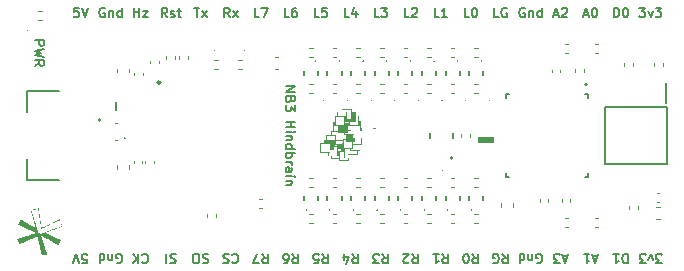
<source format=gto>
G04 #@! TF.GenerationSoftware,KiCad,Pcbnew,7.0.7*
G04 #@! TF.CreationDate,2023-08-29T18:05:24+01:00*
G04 #@! TF.ProjectId,NB3_hindbrain,4e42335f-6869-46e6-9462-7261696e2e6b,0.0.1*
G04 #@! TF.SameCoordinates,PX4af0920PY4c4db10*
G04 #@! TF.FileFunction,Legend,Top*
G04 #@! TF.FilePolarity,Positive*
%FSLAX46Y46*%
G04 Gerber Fmt 4.6, Leading zero omitted, Abs format (unit mm)*
G04 Created by KiCad (PCBNEW 7.0.7) date 2023-08-29 18:05:24*
%MOMM*%
%LPD*%
G01*
G04 APERTURE LIST*
%ADD10C,0.150000*%
%ADD11C,0.120000*%
%ADD12C,0.100000*%
%ADD13C,0.050000*%
%ADD14C,0.200000*%
%ADD15C,0.127000*%
%ADD16C,0.250000*%
%ADD17C,0.010000*%
G04 APERTURE END LIST*
D10*
X45114286Y-10767609D02*
X45190476Y-10805704D01*
X45190476Y-10805704D02*
X45304762Y-10805704D01*
X45304762Y-10805704D02*
X45419048Y-10767609D01*
X45419048Y-10767609D02*
X45495238Y-10691419D01*
X45495238Y-10691419D02*
X45533333Y-10615228D01*
X45533333Y-10615228D02*
X45571429Y-10462847D01*
X45571429Y-10462847D02*
X45571429Y-10348561D01*
X45571429Y-10348561D02*
X45533333Y-10196180D01*
X45533333Y-10196180D02*
X45495238Y-10119990D01*
X45495238Y-10119990D02*
X45419048Y-10043800D01*
X45419048Y-10043800D02*
X45304762Y-10005704D01*
X45304762Y-10005704D02*
X45228571Y-10005704D01*
X45228571Y-10005704D02*
X45114286Y-10043800D01*
X45114286Y-10043800D02*
X45076190Y-10081895D01*
X45076190Y-10081895D02*
X45076190Y-10348561D01*
X45076190Y-10348561D02*
X45228571Y-10348561D01*
X44733333Y-10539038D02*
X44733333Y-10005704D01*
X44733333Y-10462847D02*
X44695238Y-10500942D01*
X44695238Y-10500942D02*
X44619048Y-10539038D01*
X44619048Y-10539038D02*
X44504762Y-10539038D01*
X44504762Y-10539038D02*
X44428571Y-10500942D01*
X44428571Y-10500942D02*
X44390476Y-10424752D01*
X44390476Y-10424752D02*
X44390476Y-10005704D01*
X43666666Y-10005704D02*
X43666666Y-10805704D01*
X43666666Y-10043800D02*
X43742857Y-10005704D01*
X43742857Y-10005704D02*
X43895238Y-10005704D01*
X43895238Y-10005704D02*
X43971428Y-10043800D01*
X43971428Y-10043800D02*
X44009523Y-10081895D01*
X44009523Y-10081895D02*
X44047619Y-10158085D01*
X44047619Y-10158085D02*
X44047619Y-10386657D01*
X44047619Y-10386657D02*
X44009523Y-10462847D01*
X44009523Y-10462847D02*
X43971428Y-10500942D01*
X43971428Y-10500942D02*
X43895238Y-10539038D01*
X43895238Y-10539038D02*
X43742857Y-10539038D01*
X43742857Y-10539038D02*
X43666666Y-10500942D01*
X39653332Y-10011704D02*
X39919999Y-10392657D01*
X40110475Y-10011704D02*
X40110475Y-10811704D01*
X40110475Y-10811704D02*
X39805713Y-10811704D01*
X39805713Y-10811704D02*
X39729523Y-10773609D01*
X39729523Y-10773609D02*
X39691428Y-10735514D01*
X39691428Y-10735514D02*
X39653332Y-10659323D01*
X39653332Y-10659323D02*
X39653332Y-10545038D01*
X39653332Y-10545038D02*
X39691428Y-10468847D01*
X39691428Y-10468847D02*
X39729523Y-10430752D01*
X39729523Y-10430752D02*
X39805713Y-10392657D01*
X39805713Y-10392657D02*
X40110475Y-10392657D01*
X39158094Y-10811704D02*
X39081904Y-10811704D01*
X39081904Y-10811704D02*
X39005713Y-10773609D01*
X39005713Y-10773609D02*
X38967618Y-10735514D01*
X38967618Y-10735514D02*
X38929523Y-10659323D01*
X38929523Y-10659323D02*
X38891428Y-10506942D01*
X38891428Y-10506942D02*
X38891428Y-10316466D01*
X38891428Y-10316466D02*
X38929523Y-10164085D01*
X38929523Y-10164085D02*
X38967618Y-10087895D01*
X38967618Y-10087895D02*
X39005713Y-10049800D01*
X39005713Y-10049800D02*
X39081904Y-10011704D01*
X39081904Y-10011704D02*
X39158094Y-10011704D01*
X39158094Y-10011704D02*
X39234285Y-10049800D01*
X39234285Y-10049800D02*
X39272380Y-10087895D01*
X39272380Y-10087895D02*
X39310475Y-10164085D01*
X39310475Y-10164085D02*
X39348571Y-10316466D01*
X39348571Y-10316466D02*
X39348571Y-10506942D01*
X39348571Y-10506942D02*
X39310475Y-10659323D01*
X39310475Y-10659323D02*
X39272380Y-10735514D01*
X39272380Y-10735514D02*
X39234285Y-10773609D01*
X39234285Y-10773609D02*
X39158094Y-10811704D01*
X41907619Y10011705D02*
X41526667Y10011705D01*
X41526667Y10011705D02*
X41526667Y10811705D01*
X42593333Y10773610D02*
X42517143Y10811705D01*
X42517143Y10811705D02*
X42402857Y10811705D01*
X42402857Y10811705D02*
X42288571Y10773610D01*
X42288571Y10773610D02*
X42212381Y10697420D01*
X42212381Y10697420D02*
X42174286Y10621229D01*
X42174286Y10621229D02*
X42136190Y10468848D01*
X42136190Y10468848D02*
X42136190Y10354562D01*
X42136190Y10354562D02*
X42174286Y10202181D01*
X42174286Y10202181D02*
X42212381Y10125991D01*
X42212381Y10125991D02*
X42288571Y10049800D01*
X42288571Y10049800D02*
X42402857Y10011705D01*
X42402857Y10011705D02*
X42479048Y10011705D01*
X42479048Y10011705D02*
X42593333Y10049800D01*
X42593333Y10049800D02*
X42631429Y10087896D01*
X42631429Y10087896D02*
X42631429Y10354562D01*
X42631429Y10354562D02*
X42479048Y10354562D01*
X36846666Y10011705D02*
X36465714Y10011705D01*
X36465714Y10011705D02*
X36465714Y10811705D01*
X37532380Y10011705D02*
X37075237Y10011705D01*
X37303809Y10011705D02*
X37303809Y10811705D01*
X37303809Y10811705D02*
X37227618Y10697420D01*
X37227618Y10697420D02*
X37151428Y10621229D01*
X37151428Y10621229D02*
X37075237Y10583134D01*
X34306666Y10011705D02*
X33925714Y10011705D01*
X33925714Y10011705D02*
X33925714Y10811705D01*
X34535237Y10735515D02*
X34573333Y10773610D01*
X34573333Y10773610D02*
X34649523Y10811705D01*
X34649523Y10811705D02*
X34839999Y10811705D01*
X34839999Y10811705D02*
X34916190Y10773610D01*
X34916190Y10773610D02*
X34954285Y10735515D01*
X34954285Y10735515D02*
X34992380Y10659324D01*
X34992380Y10659324D02*
X34992380Y10583134D01*
X34992380Y10583134D02*
X34954285Y10468848D01*
X34954285Y10468848D02*
X34497142Y10011705D01*
X34497142Y10011705D02*
X34992380Y10011705D01*
X44085713Y10773610D02*
X44009523Y10811705D01*
X44009523Y10811705D02*
X43895237Y10811705D01*
X43895237Y10811705D02*
X43780951Y10773610D01*
X43780951Y10773610D02*
X43704761Y10697420D01*
X43704761Y10697420D02*
X43666666Y10621229D01*
X43666666Y10621229D02*
X43628570Y10468848D01*
X43628570Y10468848D02*
X43628570Y10354562D01*
X43628570Y10354562D02*
X43666666Y10202181D01*
X43666666Y10202181D02*
X43704761Y10125991D01*
X43704761Y10125991D02*
X43780951Y10049800D01*
X43780951Y10049800D02*
X43895237Y10011705D01*
X43895237Y10011705D02*
X43971428Y10011705D01*
X43971428Y10011705D02*
X44085713Y10049800D01*
X44085713Y10049800D02*
X44123809Y10087896D01*
X44123809Y10087896D02*
X44123809Y10354562D01*
X44123809Y10354562D02*
X43971428Y10354562D01*
X44466666Y10545039D02*
X44466666Y10011705D01*
X44466666Y10468848D02*
X44504761Y10506943D01*
X44504761Y10506943D02*
X44580951Y10545039D01*
X44580951Y10545039D02*
X44695237Y10545039D01*
X44695237Y10545039D02*
X44771428Y10506943D01*
X44771428Y10506943D02*
X44809523Y10430753D01*
X44809523Y10430753D02*
X44809523Y10011705D01*
X45533333Y10011705D02*
X45533333Y10811705D01*
X45533333Y10049800D02*
X45457142Y10011705D01*
X45457142Y10011705D02*
X45304761Y10011705D01*
X45304761Y10011705D02*
X45228571Y10049800D01*
X45228571Y10049800D02*
X45190476Y10087896D01*
X45190476Y10087896D02*
X45152380Y10164086D01*
X45152380Y10164086D02*
X45152380Y10392658D01*
X45152380Y10392658D02*
X45190476Y10468848D01*
X45190476Y10468848D02*
X45228571Y10506943D01*
X45228571Y10506943D02*
X45304761Y10545039D01*
X45304761Y10545039D02*
X45457142Y10545039D01*
X45457142Y10545039D02*
X45533333Y10506943D01*
X24146666Y10011705D02*
X23765714Y10011705D01*
X23765714Y10011705D02*
X23765714Y10811705D01*
X24756190Y10811705D02*
X24603809Y10811705D01*
X24603809Y10811705D02*
X24527618Y10773610D01*
X24527618Y10773610D02*
X24489523Y10735515D01*
X24489523Y10735515D02*
X24413333Y10621229D01*
X24413333Y10621229D02*
X24375237Y10468848D01*
X24375237Y10468848D02*
X24375237Y10164086D01*
X24375237Y10164086D02*
X24413333Y10087896D01*
X24413333Y10087896D02*
X24451428Y10049800D01*
X24451428Y10049800D02*
X24527618Y10011705D01*
X24527618Y10011705D02*
X24679999Y10011705D01*
X24679999Y10011705D02*
X24756190Y10049800D01*
X24756190Y10049800D02*
X24794285Y10087896D01*
X24794285Y10087896D02*
X24832380Y10164086D01*
X24832380Y10164086D02*
X24832380Y10354562D01*
X24832380Y10354562D02*
X24794285Y10430753D01*
X24794285Y10430753D02*
X24756190Y10468848D01*
X24756190Y10468848D02*
X24679999Y10506943D01*
X24679999Y10506943D02*
X24527618Y10506943D01*
X24527618Y10506943D02*
X24451428Y10468848D01*
X24451428Y10468848D02*
X24413333Y10430753D01*
X24413333Y10430753D02*
X24375237Y10354562D01*
X9554286Y-10773609D02*
X9630476Y-10811704D01*
X9630476Y-10811704D02*
X9744762Y-10811704D01*
X9744762Y-10811704D02*
X9859048Y-10773609D01*
X9859048Y-10773609D02*
X9935238Y-10697419D01*
X9935238Y-10697419D02*
X9973333Y-10621228D01*
X9973333Y-10621228D02*
X10011429Y-10468847D01*
X10011429Y-10468847D02*
X10011429Y-10354561D01*
X10011429Y-10354561D02*
X9973333Y-10202180D01*
X9973333Y-10202180D02*
X9935238Y-10125990D01*
X9935238Y-10125990D02*
X9859048Y-10049800D01*
X9859048Y-10049800D02*
X9744762Y-10011704D01*
X9744762Y-10011704D02*
X9668571Y-10011704D01*
X9668571Y-10011704D02*
X9554286Y-10049800D01*
X9554286Y-10049800D02*
X9516190Y-10087895D01*
X9516190Y-10087895D02*
X9516190Y-10354561D01*
X9516190Y-10354561D02*
X9668571Y-10354561D01*
X9173333Y-10545038D02*
X9173333Y-10011704D01*
X9173333Y-10468847D02*
X9135238Y-10506942D01*
X9135238Y-10506942D02*
X9059048Y-10545038D01*
X9059048Y-10545038D02*
X8944762Y-10545038D01*
X8944762Y-10545038D02*
X8868571Y-10506942D01*
X8868571Y-10506942D02*
X8830476Y-10430752D01*
X8830476Y-10430752D02*
X8830476Y-10011704D01*
X8106666Y-10011704D02*
X8106666Y-10811704D01*
X8106666Y-10049800D02*
X8182857Y-10011704D01*
X8182857Y-10011704D02*
X8335238Y-10011704D01*
X8335238Y-10011704D02*
X8411428Y-10049800D01*
X8411428Y-10049800D02*
X8449523Y-10087895D01*
X8449523Y-10087895D02*
X8487619Y-10164085D01*
X8487619Y-10164085D02*
X8487619Y-10392657D01*
X8487619Y-10392657D02*
X8449523Y-10468847D01*
X8449523Y-10468847D02*
X8411428Y-10506942D01*
X8411428Y-10506942D02*
X8335238Y-10545038D01*
X8335238Y-10545038D02*
X8182857Y-10545038D01*
X8182857Y-10545038D02*
X8106666Y-10506942D01*
X47711428Y-10240276D02*
X47330475Y-10240276D01*
X47787618Y-10011704D02*
X47520951Y-10811704D01*
X47520951Y-10811704D02*
X47254285Y-10011704D01*
X47063809Y-10811704D02*
X46568571Y-10811704D01*
X46568571Y-10811704D02*
X46835237Y-10506942D01*
X46835237Y-10506942D02*
X46720952Y-10506942D01*
X46720952Y-10506942D02*
X46644761Y-10468847D01*
X46644761Y-10468847D02*
X46606666Y-10430752D01*
X46606666Y-10430752D02*
X46568571Y-10354561D01*
X46568571Y-10354561D02*
X46568571Y-10164085D01*
X46568571Y-10164085D02*
X46606666Y-10087895D01*
X46606666Y-10087895D02*
X46644761Y-10049800D01*
X46644761Y-10049800D02*
X46720952Y-10011704D01*
X46720952Y-10011704D02*
X46949523Y-10011704D01*
X46949523Y-10011704D02*
X47025714Y-10049800D01*
X47025714Y-10049800D02*
X47063809Y-10087895D01*
X34573332Y-10011704D02*
X34839999Y-10392657D01*
X35030475Y-10011704D02*
X35030475Y-10811704D01*
X35030475Y-10811704D02*
X34725713Y-10811704D01*
X34725713Y-10811704D02*
X34649523Y-10773609D01*
X34649523Y-10773609D02*
X34611428Y-10735514D01*
X34611428Y-10735514D02*
X34573332Y-10659323D01*
X34573332Y-10659323D02*
X34573332Y-10545038D01*
X34573332Y-10545038D02*
X34611428Y-10468847D01*
X34611428Y-10468847D02*
X34649523Y-10430752D01*
X34649523Y-10430752D02*
X34725713Y-10392657D01*
X34725713Y-10392657D02*
X35030475Y-10392657D01*
X34268571Y-10735514D02*
X34230475Y-10773609D01*
X34230475Y-10773609D02*
X34154285Y-10811704D01*
X34154285Y-10811704D02*
X33963809Y-10811704D01*
X33963809Y-10811704D02*
X33887618Y-10773609D01*
X33887618Y-10773609D02*
X33849523Y-10735514D01*
X33849523Y-10735514D02*
X33811428Y-10659323D01*
X33811428Y-10659323D02*
X33811428Y-10583133D01*
X33811428Y-10583133D02*
X33849523Y-10468847D01*
X33849523Y-10468847D02*
X34306666Y-10011704D01*
X34306666Y-10011704D02*
X33811428Y-10011704D01*
X37113332Y-10011704D02*
X37379999Y-10392657D01*
X37570475Y-10011704D02*
X37570475Y-10811704D01*
X37570475Y-10811704D02*
X37265713Y-10811704D01*
X37265713Y-10811704D02*
X37189523Y-10773609D01*
X37189523Y-10773609D02*
X37151428Y-10735514D01*
X37151428Y-10735514D02*
X37113332Y-10659323D01*
X37113332Y-10659323D02*
X37113332Y-10545038D01*
X37113332Y-10545038D02*
X37151428Y-10468847D01*
X37151428Y-10468847D02*
X37189523Y-10430752D01*
X37189523Y-10430752D02*
X37265713Y-10392657D01*
X37265713Y-10392657D02*
X37570475Y-10392657D01*
X36351428Y-10011704D02*
X36808571Y-10011704D01*
X36579999Y-10011704D02*
X36579999Y-10811704D01*
X36579999Y-10811704D02*
X36656190Y-10697419D01*
X36656190Y-10697419D02*
X36732380Y-10621228D01*
X36732380Y-10621228D02*
X36808571Y-10583133D01*
X39386666Y10011705D02*
X39005714Y10011705D01*
X39005714Y10011705D02*
X39005714Y10811705D01*
X39805714Y10811705D02*
X39881904Y10811705D01*
X39881904Y10811705D02*
X39958095Y10773610D01*
X39958095Y10773610D02*
X39996190Y10735515D01*
X39996190Y10735515D02*
X40034285Y10659324D01*
X40034285Y10659324D02*
X40072380Y10506943D01*
X40072380Y10506943D02*
X40072380Y10316467D01*
X40072380Y10316467D02*
X40034285Y10164086D01*
X40034285Y10164086D02*
X39996190Y10087896D01*
X39996190Y10087896D02*
X39958095Y10049800D01*
X39958095Y10049800D02*
X39881904Y10011705D01*
X39881904Y10011705D02*
X39805714Y10011705D01*
X39805714Y10011705D02*
X39729523Y10049800D01*
X39729523Y10049800D02*
X39691428Y10087896D01*
X39691428Y10087896D02*
X39653333Y10164086D01*
X39653333Y10164086D02*
X39615237Y10316467D01*
X39615237Y10316467D02*
X39615237Y10506943D01*
X39615237Y10506943D02*
X39653333Y10659324D01*
X39653333Y10659324D02*
X39691428Y10735515D01*
X39691428Y10735515D02*
X39729523Y10773610D01*
X39729523Y10773610D02*
X39805714Y10811705D01*
X17307619Y-10049800D02*
X17193333Y-10011704D01*
X17193333Y-10011704D02*
X17002857Y-10011704D01*
X17002857Y-10011704D02*
X16926666Y-10049800D01*
X16926666Y-10049800D02*
X16888571Y-10087895D01*
X16888571Y-10087895D02*
X16850476Y-10164085D01*
X16850476Y-10164085D02*
X16850476Y-10240276D01*
X16850476Y-10240276D02*
X16888571Y-10316466D01*
X16888571Y-10316466D02*
X16926666Y-10354561D01*
X16926666Y-10354561D02*
X17002857Y-10392657D01*
X17002857Y-10392657D02*
X17155238Y-10430752D01*
X17155238Y-10430752D02*
X17231428Y-10468847D01*
X17231428Y-10468847D02*
X17269523Y-10506942D01*
X17269523Y-10506942D02*
X17307619Y-10583133D01*
X17307619Y-10583133D02*
X17307619Y-10659323D01*
X17307619Y-10659323D02*
X17269523Y-10735514D01*
X17269523Y-10735514D02*
X17231428Y-10773609D01*
X17231428Y-10773609D02*
X17155238Y-10811704D01*
X17155238Y-10811704D02*
X16964761Y-10811704D01*
X16964761Y-10811704D02*
X16850476Y-10773609D01*
X16355237Y-10811704D02*
X16202856Y-10811704D01*
X16202856Y-10811704D02*
X16126666Y-10773609D01*
X16126666Y-10773609D02*
X16050475Y-10697419D01*
X16050475Y-10697419D02*
X16012380Y-10545038D01*
X16012380Y-10545038D02*
X16012380Y-10278371D01*
X16012380Y-10278371D02*
X16050475Y-10125990D01*
X16050475Y-10125990D02*
X16126666Y-10049800D01*
X16126666Y-10049800D02*
X16202856Y-10011704D01*
X16202856Y-10011704D02*
X16355237Y-10011704D01*
X16355237Y-10011704D02*
X16431428Y-10049800D01*
X16431428Y-10049800D02*
X16507618Y-10125990D01*
X16507618Y-10125990D02*
X16545714Y-10278371D01*
X16545714Y-10278371D02*
X16545714Y-10545038D01*
X16545714Y-10545038D02*
X16507618Y-10697419D01*
X16507618Y-10697419D02*
X16431428Y-10773609D01*
X16431428Y-10773609D02*
X16355237Y-10811704D01*
X46568571Y10240277D02*
X46949524Y10240277D01*
X46492381Y10011705D02*
X46759048Y10811705D01*
X46759048Y10811705D02*
X47025714Y10011705D01*
X47254285Y10735515D02*
X47292381Y10773610D01*
X47292381Y10773610D02*
X47368571Y10811705D01*
X47368571Y10811705D02*
X47559047Y10811705D01*
X47559047Y10811705D02*
X47635238Y10773610D01*
X47635238Y10773610D02*
X47673333Y10735515D01*
X47673333Y10735515D02*
X47711428Y10659324D01*
X47711428Y10659324D02*
X47711428Y10583134D01*
X47711428Y10583134D02*
X47673333Y10468848D01*
X47673333Y10468848D02*
X47216190Y10011705D01*
X47216190Y10011705D02*
X47711428Y10011705D01*
X19333332Y-10087895D02*
X19371428Y-10049800D01*
X19371428Y-10049800D02*
X19485713Y-10011704D01*
X19485713Y-10011704D02*
X19561904Y-10011704D01*
X19561904Y-10011704D02*
X19676190Y-10049800D01*
X19676190Y-10049800D02*
X19752380Y-10125990D01*
X19752380Y-10125990D02*
X19790475Y-10202180D01*
X19790475Y-10202180D02*
X19828571Y-10354561D01*
X19828571Y-10354561D02*
X19828571Y-10468847D01*
X19828571Y-10468847D02*
X19790475Y-10621228D01*
X19790475Y-10621228D02*
X19752380Y-10697419D01*
X19752380Y-10697419D02*
X19676190Y-10773609D01*
X19676190Y-10773609D02*
X19561904Y-10811704D01*
X19561904Y-10811704D02*
X19485713Y-10811704D01*
X19485713Y-10811704D02*
X19371428Y-10773609D01*
X19371428Y-10773609D02*
X19333332Y-10735514D01*
X19028571Y-10049800D02*
X18914285Y-10011704D01*
X18914285Y-10011704D02*
X18723809Y-10011704D01*
X18723809Y-10011704D02*
X18647618Y-10049800D01*
X18647618Y-10049800D02*
X18609523Y-10087895D01*
X18609523Y-10087895D02*
X18571428Y-10164085D01*
X18571428Y-10164085D02*
X18571428Y-10240276D01*
X18571428Y-10240276D02*
X18609523Y-10316466D01*
X18609523Y-10316466D02*
X18647618Y-10354561D01*
X18647618Y-10354561D02*
X18723809Y-10392657D01*
X18723809Y-10392657D02*
X18876190Y-10430752D01*
X18876190Y-10430752D02*
X18952380Y-10468847D01*
X18952380Y-10468847D02*
X18990475Y-10506942D01*
X18990475Y-10506942D02*
X19028571Y-10583133D01*
X19028571Y-10583133D02*
X19028571Y-10659323D01*
X19028571Y-10659323D02*
X18990475Y-10735514D01*
X18990475Y-10735514D02*
X18952380Y-10773609D01*
X18952380Y-10773609D02*
X18876190Y-10811704D01*
X18876190Y-10811704D02*
X18685713Y-10811704D01*
X18685713Y-10811704D02*
X18571428Y-10773609D01*
X26686666Y10011705D02*
X26305714Y10011705D01*
X26305714Y10011705D02*
X26305714Y10811705D01*
X27334285Y10811705D02*
X26953333Y10811705D01*
X26953333Y10811705D02*
X26915237Y10430753D01*
X26915237Y10430753D02*
X26953333Y10468848D01*
X26953333Y10468848D02*
X27029523Y10506943D01*
X27029523Y10506943D02*
X27219999Y10506943D01*
X27219999Y10506943D02*
X27296190Y10468848D01*
X27296190Y10468848D02*
X27334285Y10430753D01*
X27334285Y10430753D02*
X27372380Y10354562D01*
X27372380Y10354562D02*
X27372380Y10164086D01*
X27372380Y10164086D02*
X27334285Y10087896D01*
X27334285Y10087896D02*
X27296190Y10049800D01*
X27296190Y10049800D02*
X27219999Y10011705D01*
X27219999Y10011705D02*
X27029523Y10011705D01*
X27029523Y10011705D02*
X26953333Y10049800D01*
X26953333Y10049800D02*
X26915237Y10087896D01*
X23855704Y4171429D02*
X24655704Y4171429D01*
X24655704Y4171429D02*
X23855704Y3714286D01*
X23855704Y3714286D02*
X24655704Y3714286D01*
X24274752Y3066668D02*
X24236657Y2952382D01*
X24236657Y2952382D02*
X24198561Y2914287D01*
X24198561Y2914287D02*
X24122371Y2876191D01*
X24122371Y2876191D02*
X24008085Y2876191D01*
X24008085Y2876191D02*
X23931895Y2914287D01*
X23931895Y2914287D02*
X23893800Y2952382D01*
X23893800Y2952382D02*
X23855704Y3028572D01*
X23855704Y3028572D02*
X23855704Y3333334D01*
X23855704Y3333334D02*
X24655704Y3333334D01*
X24655704Y3333334D02*
X24655704Y3066668D01*
X24655704Y3066668D02*
X24617609Y2990477D01*
X24617609Y2990477D02*
X24579514Y2952382D01*
X24579514Y2952382D02*
X24503323Y2914287D01*
X24503323Y2914287D02*
X24427133Y2914287D01*
X24427133Y2914287D02*
X24350942Y2952382D01*
X24350942Y2952382D02*
X24312847Y2990477D01*
X24312847Y2990477D02*
X24274752Y3066668D01*
X24274752Y3066668D02*
X24274752Y3333334D01*
X24655704Y2609525D02*
X24655704Y2114287D01*
X24655704Y2114287D02*
X24350942Y2380953D01*
X24350942Y2380953D02*
X24350942Y2266668D01*
X24350942Y2266668D02*
X24312847Y2190477D01*
X24312847Y2190477D02*
X24274752Y2152382D01*
X24274752Y2152382D02*
X24198561Y2114287D01*
X24198561Y2114287D02*
X24008085Y2114287D01*
X24008085Y2114287D02*
X23931895Y2152382D01*
X23931895Y2152382D02*
X23893800Y2190477D01*
X23893800Y2190477D02*
X23855704Y2266668D01*
X23855704Y2266668D02*
X23855704Y2495239D01*
X23855704Y2495239D02*
X23893800Y2571430D01*
X23893800Y2571430D02*
X23931895Y2609525D01*
X23855704Y1161905D02*
X24655704Y1161905D01*
X24274752Y1161905D02*
X24274752Y704762D01*
X23855704Y704762D02*
X24655704Y704762D01*
X23855704Y323810D02*
X24389038Y323810D01*
X24655704Y323810D02*
X24617609Y361906D01*
X24617609Y361906D02*
X24579514Y323810D01*
X24579514Y323810D02*
X24617609Y285715D01*
X24617609Y285715D02*
X24655704Y323810D01*
X24655704Y323810D02*
X24579514Y323810D01*
X24389038Y-57142D02*
X23855704Y-57142D01*
X24312847Y-57142D02*
X24350942Y-95237D01*
X24350942Y-95237D02*
X24389038Y-171427D01*
X24389038Y-171427D02*
X24389038Y-285713D01*
X24389038Y-285713D02*
X24350942Y-361904D01*
X24350942Y-361904D02*
X24274752Y-399999D01*
X24274752Y-399999D02*
X23855704Y-399999D01*
X23855704Y-1123809D02*
X24655704Y-1123809D01*
X23893800Y-1123809D02*
X23855704Y-1047618D01*
X23855704Y-1047618D02*
X23855704Y-895237D01*
X23855704Y-895237D02*
X23893800Y-819047D01*
X23893800Y-819047D02*
X23931895Y-780952D01*
X23931895Y-780952D02*
X24008085Y-742856D01*
X24008085Y-742856D02*
X24236657Y-742856D01*
X24236657Y-742856D02*
X24312847Y-780952D01*
X24312847Y-780952D02*
X24350942Y-819047D01*
X24350942Y-819047D02*
X24389038Y-895237D01*
X24389038Y-895237D02*
X24389038Y-1047618D01*
X24389038Y-1047618D02*
X24350942Y-1123809D01*
X23855704Y-1504762D02*
X24655704Y-1504762D01*
X24350942Y-1504762D02*
X24389038Y-1580952D01*
X24389038Y-1580952D02*
X24389038Y-1733333D01*
X24389038Y-1733333D02*
X24350942Y-1809524D01*
X24350942Y-1809524D02*
X24312847Y-1847619D01*
X24312847Y-1847619D02*
X24236657Y-1885714D01*
X24236657Y-1885714D02*
X24008085Y-1885714D01*
X24008085Y-1885714D02*
X23931895Y-1847619D01*
X23931895Y-1847619D02*
X23893800Y-1809524D01*
X23893800Y-1809524D02*
X23855704Y-1733333D01*
X23855704Y-1733333D02*
X23855704Y-1580952D01*
X23855704Y-1580952D02*
X23893800Y-1504762D01*
X23855704Y-2228572D02*
X24389038Y-2228572D01*
X24236657Y-2228572D02*
X24312847Y-2266667D01*
X24312847Y-2266667D02*
X24350942Y-2304762D01*
X24350942Y-2304762D02*
X24389038Y-2380953D01*
X24389038Y-2380953D02*
X24389038Y-2457143D01*
X23855704Y-3066667D02*
X24274752Y-3066667D01*
X24274752Y-3066667D02*
X24350942Y-3028572D01*
X24350942Y-3028572D02*
X24389038Y-2952381D01*
X24389038Y-2952381D02*
X24389038Y-2800000D01*
X24389038Y-2800000D02*
X24350942Y-2723810D01*
X23893800Y-3066667D02*
X23855704Y-2990476D01*
X23855704Y-2990476D02*
X23855704Y-2800000D01*
X23855704Y-2800000D02*
X23893800Y-2723810D01*
X23893800Y-2723810D02*
X23969990Y-2685714D01*
X23969990Y-2685714D02*
X24046180Y-2685714D01*
X24046180Y-2685714D02*
X24122371Y-2723810D01*
X24122371Y-2723810D02*
X24160466Y-2800000D01*
X24160466Y-2800000D02*
X24160466Y-2990476D01*
X24160466Y-2990476D02*
X24198561Y-3066667D01*
X23855704Y-3447620D02*
X24389038Y-3447620D01*
X24655704Y-3447620D02*
X24617609Y-3409524D01*
X24617609Y-3409524D02*
X24579514Y-3447620D01*
X24579514Y-3447620D02*
X24617609Y-3485715D01*
X24617609Y-3485715D02*
X24655704Y-3447620D01*
X24655704Y-3447620D02*
X24579514Y-3447620D01*
X24389038Y-3828572D02*
X23855704Y-3828572D01*
X24312847Y-3828572D02*
X24350942Y-3866667D01*
X24350942Y-3866667D02*
X24389038Y-3942857D01*
X24389038Y-3942857D02*
X24389038Y-4057143D01*
X24389038Y-4057143D02*
X24350942Y-4133334D01*
X24350942Y-4133334D02*
X24274752Y-4171429D01*
X24274752Y-4171429D02*
X23855704Y-4171429D01*
X13815238Y10011705D02*
X13548571Y10392658D01*
X13358095Y10011705D02*
X13358095Y10811705D01*
X13358095Y10811705D02*
X13662857Y10811705D01*
X13662857Y10811705D02*
X13739047Y10773610D01*
X13739047Y10773610D02*
X13777142Y10735515D01*
X13777142Y10735515D02*
X13815238Y10659324D01*
X13815238Y10659324D02*
X13815238Y10545039D01*
X13815238Y10545039D02*
X13777142Y10468848D01*
X13777142Y10468848D02*
X13739047Y10430753D01*
X13739047Y10430753D02*
X13662857Y10392658D01*
X13662857Y10392658D02*
X13358095Y10392658D01*
X14119999Y10049800D02*
X14196190Y10011705D01*
X14196190Y10011705D02*
X14348571Y10011705D01*
X14348571Y10011705D02*
X14424761Y10049800D01*
X14424761Y10049800D02*
X14462857Y10125991D01*
X14462857Y10125991D02*
X14462857Y10164086D01*
X14462857Y10164086D02*
X14424761Y10240277D01*
X14424761Y10240277D02*
X14348571Y10278372D01*
X14348571Y10278372D02*
X14234285Y10278372D01*
X14234285Y10278372D02*
X14158095Y10316467D01*
X14158095Y10316467D02*
X14119999Y10392658D01*
X14119999Y10392658D02*
X14119999Y10430753D01*
X14119999Y10430753D02*
X14158095Y10506943D01*
X14158095Y10506943D02*
X14234285Y10545039D01*
X14234285Y10545039D02*
X14348571Y10545039D01*
X14348571Y10545039D02*
X14424761Y10506943D01*
X14691428Y10545039D02*
X14996190Y10545039D01*
X14805714Y10811705D02*
X14805714Y10125991D01*
X14805714Y10125991D02*
X14843809Y10049800D01*
X14843809Y10049800D02*
X14919999Y10011705D01*
X14919999Y10011705D02*
X14996190Y10011705D01*
X29226666Y10011705D02*
X28845714Y10011705D01*
X28845714Y10011705D02*
X28845714Y10811705D01*
X29836190Y10545039D02*
X29836190Y10011705D01*
X29645714Y10849800D02*
X29455237Y10278372D01*
X29455237Y10278372D02*
X29950476Y10278372D01*
X11027619Y10011705D02*
X11027619Y10811705D01*
X11027619Y10430753D02*
X11484762Y10430753D01*
X11484762Y10011705D02*
X11484762Y10811705D01*
X11789523Y10545039D02*
X12208571Y10545039D01*
X12208571Y10545039D02*
X11789523Y10011705D01*
X11789523Y10011705D02*
X12208571Y10011705D01*
X42212380Y-10011704D02*
X42479047Y-10392657D01*
X42669523Y-10011704D02*
X42669523Y-10811704D01*
X42669523Y-10811704D02*
X42364761Y-10811704D01*
X42364761Y-10811704D02*
X42288571Y-10773609D01*
X42288571Y-10773609D02*
X42250476Y-10735514D01*
X42250476Y-10735514D02*
X42212380Y-10659323D01*
X42212380Y-10659323D02*
X42212380Y-10545038D01*
X42212380Y-10545038D02*
X42250476Y-10468847D01*
X42250476Y-10468847D02*
X42288571Y-10430752D01*
X42288571Y-10430752D02*
X42364761Y-10392657D01*
X42364761Y-10392657D02*
X42669523Y-10392657D01*
X41450476Y-10773609D02*
X41526666Y-10811704D01*
X41526666Y-10811704D02*
X41640952Y-10811704D01*
X41640952Y-10811704D02*
X41755238Y-10773609D01*
X41755238Y-10773609D02*
X41831428Y-10697419D01*
X41831428Y-10697419D02*
X41869523Y-10621228D01*
X41869523Y-10621228D02*
X41907619Y-10468847D01*
X41907619Y-10468847D02*
X41907619Y-10354561D01*
X41907619Y-10354561D02*
X41869523Y-10202180D01*
X41869523Y-10202180D02*
X41831428Y-10125990D01*
X41831428Y-10125990D02*
X41755238Y-10049800D01*
X41755238Y-10049800D02*
X41640952Y-10011704D01*
X41640952Y-10011704D02*
X41564761Y-10011704D01*
X41564761Y-10011704D02*
X41450476Y-10049800D01*
X41450476Y-10049800D02*
X41412380Y-10087895D01*
X41412380Y-10087895D02*
X41412380Y-10354561D01*
X41412380Y-10354561D02*
X41564761Y-10354561D01*
X14539047Y-10049800D02*
X14424761Y-10011704D01*
X14424761Y-10011704D02*
X14234285Y-10011704D01*
X14234285Y-10011704D02*
X14158094Y-10049800D01*
X14158094Y-10049800D02*
X14119999Y-10087895D01*
X14119999Y-10087895D02*
X14081904Y-10164085D01*
X14081904Y-10164085D02*
X14081904Y-10240276D01*
X14081904Y-10240276D02*
X14119999Y-10316466D01*
X14119999Y-10316466D02*
X14158094Y-10354561D01*
X14158094Y-10354561D02*
X14234285Y-10392657D01*
X14234285Y-10392657D02*
X14386666Y-10430752D01*
X14386666Y-10430752D02*
X14462856Y-10468847D01*
X14462856Y-10468847D02*
X14500951Y-10506942D01*
X14500951Y-10506942D02*
X14539047Y-10583133D01*
X14539047Y-10583133D02*
X14539047Y-10659323D01*
X14539047Y-10659323D02*
X14500951Y-10735514D01*
X14500951Y-10735514D02*
X14462856Y-10773609D01*
X14462856Y-10773609D02*
X14386666Y-10811704D01*
X14386666Y-10811704D02*
X14196189Y-10811704D01*
X14196189Y-10811704D02*
X14081904Y-10773609D01*
X13739046Y-10011704D02*
X13739046Y-10811704D01*
X24413332Y-10011704D02*
X24679999Y-10392657D01*
X24870475Y-10011704D02*
X24870475Y-10811704D01*
X24870475Y-10811704D02*
X24565713Y-10811704D01*
X24565713Y-10811704D02*
X24489523Y-10773609D01*
X24489523Y-10773609D02*
X24451428Y-10735514D01*
X24451428Y-10735514D02*
X24413332Y-10659323D01*
X24413332Y-10659323D02*
X24413332Y-10545038D01*
X24413332Y-10545038D02*
X24451428Y-10468847D01*
X24451428Y-10468847D02*
X24489523Y-10430752D01*
X24489523Y-10430752D02*
X24565713Y-10392657D01*
X24565713Y-10392657D02*
X24870475Y-10392657D01*
X23727618Y-10811704D02*
X23879999Y-10811704D01*
X23879999Y-10811704D02*
X23956190Y-10773609D01*
X23956190Y-10773609D02*
X23994285Y-10735514D01*
X23994285Y-10735514D02*
X24070475Y-10621228D01*
X24070475Y-10621228D02*
X24108571Y-10468847D01*
X24108571Y-10468847D02*
X24108571Y-10164085D01*
X24108571Y-10164085D02*
X24070475Y-10087895D01*
X24070475Y-10087895D02*
X24032380Y-10049800D01*
X24032380Y-10049800D02*
X23956190Y-10011704D01*
X23956190Y-10011704D02*
X23803809Y-10011704D01*
X23803809Y-10011704D02*
X23727618Y-10049800D01*
X23727618Y-10049800D02*
X23689523Y-10087895D01*
X23689523Y-10087895D02*
X23651428Y-10164085D01*
X23651428Y-10164085D02*
X23651428Y-10354561D01*
X23651428Y-10354561D02*
X23689523Y-10430752D01*
X23689523Y-10430752D02*
X23727618Y-10468847D01*
X23727618Y-10468847D02*
X23803809Y-10506942D01*
X23803809Y-10506942D02*
X23956190Y-10506942D01*
X23956190Y-10506942D02*
X24032380Y-10468847D01*
X24032380Y-10468847D02*
X24070475Y-10430752D01*
X24070475Y-10430752D02*
X24108571Y-10354561D01*
X8525713Y10773610D02*
X8449523Y10811705D01*
X8449523Y10811705D02*
X8335237Y10811705D01*
X8335237Y10811705D02*
X8220951Y10773610D01*
X8220951Y10773610D02*
X8144761Y10697420D01*
X8144761Y10697420D02*
X8106666Y10621229D01*
X8106666Y10621229D02*
X8068570Y10468848D01*
X8068570Y10468848D02*
X8068570Y10354562D01*
X8068570Y10354562D02*
X8106666Y10202181D01*
X8106666Y10202181D02*
X8144761Y10125991D01*
X8144761Y10125991D02*
X8220951Y10049800D01*
X8220951Y10049800D02*
X8335237Y10011705D01*
X8335237Y10011705D02*
X8411428Y10011705D01*
X8411428Y10011705D02*
X8525713Y10049800D01*
X8525713Y10049800D02*
X8563809Y10087896D01*
X8563809Y10087896D02*
X8563809Y10354562D01*
X8563809Y10354562D02*
X8411428Y10354562D01*
X8906666Y10545039D02*
X8906666Y10011705D01*
X8906666Y10468848D02*
X8944761Y10506943D01*
X8944761Y10506943D02*
X9020951Y10545039D01*
X9020951Y10545039D02*
X9135237Y10545039D01*
X9135237Y10545039D02*
X9211428Y10506943D01*
X9211428Y10506943D02*
X9249523Y10430753D01*
X9249523Y10430753D02*
X9249523Y10011705D01*
X9973333Y10011705D02*
X9973333Y10811705D01*
X9973333Y10049800D02*
X9897142Y10011705D01*
X9897142Y10011705D02*
X9744761Y10011705D01*
X9744761Y10011705D02*
X9668571Y10049800D01*
X9668571Y10049800D02*
X9630476Y10087896D01*
X9630476Y10087896D02*
X9592380Y10164086D01*
X9592380Y10164086D02*
X9592380Y10392658D01*
X9592380Y10392658D02*
X9630476Y10468848D01*
X9630476Y10468848D02*
X9668571Y10506943D01*
X9668571Y10506943D02*
X9744761Y10545039D01*
X9744761Y10545039D02*
X9897142Y10545039D01*
X9897142Y10545039D02*
X9973333Y10506943D01*
X19123810Y10011705D02*
X18857143Y10392658D01*
X18666667Y10011705D02*
X18666667Y10811705D01*
X18666667Y10811705D02*
X18971429Y10811705D01*
X18971429Y10811705D02*
X19047619Y10773610D01*
X19047619Y10773610D02*
X19085714Y10735515D01*
X19085714Y10735515D02*
X19123810Y10659324D01*
X19123810Y10659324D02*
X19123810Y10545039D01*
X19123810Y10545039D02*
X19085714Y10468848D01*
X19085714Y10468848D02*
X19047619Y10430753D01*
X19047619Y10430753D02*
X18971429Y10392658D01*
X18971429Y10392658D02*
X18666667Y10392658D01*
X19390476Y10011705D02*
X19809524Y10545039D01*
X19390476Y10545039D02*
X19809524Y10011705D01*
X26953332Y-10011704D02*
X27219999Y-10392657D01*
X27410475Y-10011704D02*
X27410475Y-10811704D01*
X27410475Y-10811704D02*
X27105713Y-10811704D01*
X27105713Y-10811704D02*
X27029523Y-10773609D01*
X27029523Y-10773609D02*
X26991428Y-10735514D01*
X26991428Y-10735514D02*
X26953332Y-10659323D01*
X26953332Y-10659323D02*
X26953332Y-10545038D01*
X26953332Y-10545038D02*
X26991428Y-10468847D01*
X26991428Y-10468847D02*
X27029523Y-10430752D01*
X27029523Y-10430752D02*
X27105713Y-10392657D01*
X27105713Y-10392657D02*
X27410475Y-10392657D01*
X26229523Y-10811704D02*
X26610475Y-10811704D01*
X26610475Y-10811704D02*
X26648571Y-10430752D01*
X26648571Y-10430752D02*
X26610475Y-10468847D01*
X26610475Y-10468847D02*
X26534285Y-10506942D01*
X26534285Y-10506942D02*
X26343809Y-10506942D01*
X26343809Y-10506942D02*
X26267618Y-10468847D01*
X26267618Y-10468847D02*
X26229523Y-10430752D01*
X26229523Y-10430752D02*
X26191428Y-10354561D01*
X26191428Y-10354561D02*
X26191428Y-10164085D01*
X26191428Y-10164085D02*
X26229523Y-10087895D01*
X26229523Y-10087895D02*
X26267618Y-10049800D01*
X26267618Y-10049800D02*
X26343809Y-10011704D01*
X26343809Y-10011704D02*
X26534285Y-10011704D01*
X26534285Y-10011704D02*
X26610475Y-10049800D01*
X26610475Y-10049800D02*
X26648571Y-10087895D01*
X50251428Y-10240276D02*
X49870475Y-10240276D01*
X50327618Y-10011704D02*
X50060951Y-10811704D01*
X50060951Y-10811704D02*
X49794285Y-10011704D01*
X49108571Y-10011704D02*
X49565714Y-10011704D01*
X49337142Y-10011704D02*
X49337142Y-10811704D01*
X49337142Y-10811704D02*
X49413333Y-10697419D01*
X49413333Y-10697419D02*
X49489523Y-10621228D01*
X49489523Y-10621228D02*
X49565714Y-10583133D01*
X53807618Y10811705D02*
X54302856Y10811705D01*
X54302856Y10811705D02*
X54036190Y10506943D01*
X54036190Y10506943D02*
X54150475Y10506943D01*
X54150475Y10506943D02*
X54226666Y10468848D01*
X54226666Y10468848D02*
X54264761Y10430753D01*
X54264761Y10430753D02*
X54302856Y10354562D01*
X54302856Y10354562D02*
X54302856Y10164086D01*
X54302856Y10164086D02*
X54264761Y10087896D01*
X54264761Y10087896D02*
X54226666Y10049800D01*
X54226666Y10049800D02*
X54150475Y10011705D01*
X54150475Y10011705D02*
X53921904Y10011705D01*
X53921904Y10011705D02*
X53845713Y10049800D01*
X53845713Y10049800D02*
X53807618Y10087896D01*
X54569523Y10545039D02*
X54759999Y10011705D01*
X54759999Y10011705D02*
X54950476Y10545039D01*
X55179047Y10811705D02*
X55674285Y10811705D01*
X55674285Y10811705D02*
X55407619Y10506943D01*
X55407619Y10506943D02*
X55521904Y10506943D01*
X55521904Y10506943D02*
X55598095Y10468848D01*
X55598095Y10468848D02*
X55636190Y10430753D01*
X55636190Y10430753D02*
X55674285Y10354562D01*
X55674285Y10354562D02*
X55674285Y10164086D01*
X55674285Y10164086D02*
X55636190Y10087896D01*
X55636190Y10087896D02*
X55598095Y10049800D01*
X55598095Y10049800D02*
X55521904Y10011705D01*
X55521904Y10011705D02*
X55293333Y10011705D01*
X55293333Y10011705D02*
X55217142Y10049800D01*
X55217142Y10049800D02*
X55179047Y10087896D01*
X52810475Y-10011704D02*
X52810475Y-10811704D01*
X52810475Y-10811704D02*
X52619999Y-10811704D01*
X52619999Y-10811704D02*
X52505713Y-10773609D01*
X52505713Y-10773609D02*
X52429523Y-10697419D01*
X52429523Y-10697419D02*
X52391428Y-10621228D01*
X52391428Y-10621228D02*
X52353332Y-10468847D01*
X52353332Y-10468847D02*
X52353332Y-10354561D01*
X52353332Y-10354561D02*
X52391428Y-10202180D01*
X52391428Y-10202180D02*
X52429523Y-10125990D01*
X52429523Y-10125990D02*
X52505713Y-10049800D01*
X52505713Y-10049800D02*
X52619999Y-10011704D01*
X52619999Y-10011704D02*
X52810475Y-10011704D01*
X51591428Y-10011704D02*
X52048571Y-10011704D01*
X51819999Y-10011704D02*
X51819999Y-10811704D01*
X51819999Y-10811704D02*
X51896190Y-10697419D01*
X51896190Y-10697419D02*
X51972380Y-10621228D01*
X51972380Y-10621228D02*
X52048571Y-10583133D01*
X11732380Y-10087895D02*
X11770476Y-10049800D01*
X11770476Y-10049800D02*
X11884761Y-10011704D01*
X11884761Y-10011704D02*
X11960952Y-10011704D01*
X11960952Y-10011704D02*
X12075238Y-10049800D01*
X12075238Y-10049800D02*
X12151428Y-10125990D01*
X12151428Y-10125990D02*
X12189523Y-10202180D01*
X12189523Y-10202180D02*
X12227619Y-10354561D01*
X12227619Y-10354561D02*
X12227619Y-10468847D01*
X12227619Y-10468847D02*
X12189523Y-10621228D01*
X12189523Y-10621228D02*
X12151428Y-10697419D01*
X12151428Y-10697419D02*
X12075238Y-10773609D01*
X12075238Y-10773609D02*
X11960952Y-10811704D01*
X11960952Y-10811704D02*
X11884761Y-10811704D01*
X11884761Y-10811704D02*
X11770476Y-10773609D01*
X11770476Y-10773609D02*
X11732380Y-10735514D01*
X11389523Y-10011704D02*
X11389523Y-10811704D01*
X10932380Y-10011704D02*
X11275238Y-10468847D01*
X10932380Y-10811704D02*
X11389523Y-10354561D01*
X6652380Y-10811704D02*
X7033332Y-10811704D01*
X7033332Y-10811704D02*
X7071428Y-10430752D01*
X7071428Y-10430752D02*
X7033332Y-10468847D01*
X7033332Y-10468847D02*
X6957142Y-10506942D01*
X6957142Y-10506942D02*
X6766666Y-10506942D01*
X6766666Y-10506942D02*
X6690475Y-10468847D01*
X6690475Y-10468847D02*
X6652380Y-10430752D01*
X6652380Y-10430752D02*
X6614285Y-10354561D01*
X6614285Y-10354561D02*
X6614285Y-10164085D01*
X6614285Y-10164085D02*
X6652380Y-10087895D01*
X6652380Y-10087895D02*
X6690475Y-10049800D01*
X6690475Y-10049800D02*
X6766666Y-10011704D01*
X6766666Y-10011704D02*
X6957142Y-10011704D01*
X6957142Y-10011704D02*
X7033332Y-10049800D01*
X7033332Y-10049800D02*
X7071428Y-10087895D01*
X6385713Y-10811704D02*
X6119046Y-10011704D01*
X6119046Y-10011704D02*
X5852380Y-10811704D01*
X29493332Y-10011704D02*
X29759999Y-10392657D01*
X29950475Y-10011704D02*
X29950475Y-10811704D01*
X29950475Y-10811704D02*
X29645713Y-10811704D01*
X29645713Y-10811704D02*
X29569523Y-10773609D01*
X29569523Y-10773609D02*
X29531428Y-10735514D01*
X29531428Y-10735514D02*
X29493332Y-10659323D01*
X29493332Y-10659323D02*
X29493332Y-10545038D01*
X29493332Y-10545038D02*
X29531428Y-10468847D01*
X29531428Y-10468847D02*
X29569523Y-10430752D01*
X29569523Y-10430752D02*
X29645713Y-10392657D01*
X29645713Y-10392657D02*
X29950475Y-10392657D01*
X28807618Y-10545038D02*
X28807618Y-10011704D01*
X28998094Y-10849800D02*
X29188571Y-10278371D01*
X29188571Y-10278371D02*
X28693332Y-10278371D01*
X49108571Y10240277D02*
X49489524Y10240277D01*
X49032381Y10011705D02*
X49299048Y10811705D01*
X49299048Y10811705D02*
X49565714Y10011705D01*
X49984762Y10811705D02*
X50060952Y10811705D01*
X50060952Y10811705D02*
X50137143Y10773610D01*
X50137143Y10773610D02*
X50175238Y10735515D01*
X50175238Y10735515D02*
X50213333Y10659324D01*
X50213333Y10659324D02*
X50251428Y10506943D01*
X50251428Y10506943D02*
X50251428Y10316467D01*
X50251428Y10316467D02*
X50213333Y10164086D01*
X50213333Y10164086D02*
X50175238Y10087896D01*
X50175238Y10087896D02*
X50137143Y10049800D01*
X50137143Y10049800D02*
X50060952Y10011705D01*
X50060952Y10011705D02*
X49984762Y10011705D01*
X49984762Y10011705D02*
X49908571Y10049800D01*
X49908571Y10049800D02*
X49870476Y10087896D01*
X49870476Y10087896D02*
X49832381Y10164086D01*
X49832381Y10164086D02*
X49794285Y10316467D01*
X49794285Y10316467D02*
X49794285Y10506943D01*
X49794285Y10506943D02*
X49832381Y10659324D01*
X49832381Y10659324D02*
X49870476Y10735515D01*
X49870476Y10735515D02*
X49908571Y10773610D01*
X49908571Y10773610D02*
X49984762Y10811705D01*
X32033332Y-10011704D02*
X32299999Y-10392657D01*
X32490475Y-10011704D02*
X32490475Y-10811704D01*
X32490475Y-10811704D02*
X32185713Y-10811704D01*
X32185713Y-10811704D02*
X32109523Y-10773609D01*
X32109523Y-10773609D02*
X32071428Y-10735514D01*
X32071428Y-10735514D02*
X32033332Y-10659323D01*
X32033332Y-10659323D02*
X32033332Y-10545038D01*
X32033332Y-10545038D02*
X32071428Y-10468847D01*
X32071428Y-10468847D02*
X32109523Y-10430752D01*
X32109523Y-10430752D02*
X32185713Y-10392657D01*
X32185713Y-10392657D02*
X32490475Y-10392657D01*
X31766666Y-10811704D02*
X31271428Y-10811704D01*
X31271428Y-10811704D02*
X31538094Y-10506942D01*
X31538094Y-10506942D02*
X31423809Y-10506942D01*
X31423809Y-10506942D02*
X31347618Y-10468847D01*
X31347618Y-10468847D02*
X31309523Y-10430752D01*
X31309523Y-10430752D02*
X31271428Y-10354561D01*
X31271428Y-10354561D02*
X31271428Y-10164085D01*
X31271428Y-10164085D02*
X31309523Y-10087895D01*
X31309523Y-10087895D02*
X31347618Y-10049800D01*
X31347618Y-10049800D02*
X31423809Y-10011704D01*
X31423809Y-10011704D02*
X31652380Y-10011704D01*
X31652380Y-10011704D02*
X31728571Y-10049800D01*
X31728571Y-10049800D02*
X31766666Y-10087895D01*
X2605704Y8066667D02*
X3405704Y8066667D01*
X3405704Y8066667D02*
X3405704Y7761905D01*
X3405704Y7761905D02*
X3367609Y7685715D01*
X3367609Y7685715D02*
X3329514Y7647620D01*
X3329514Y7647620D02*
X3253323Y7609524D01*
X3253323Y7609524D02*
X3139038Y7609524D01*
X3139038Y7609524D02*
X3062847Y7647620D01*
X3062847Y7647620D02*
X3024752Y7685715D01*
X3024752Y7685715D02*
X2986657Y7761905D01*
X2986657Y7761905D02*
X2986657Y8066667D01*
X3405704Y7342858D02*
X2605704Y7152382D01*
X2605704Y7152382D02*
X3177133Y7000001D01*
X3177133Y7000001D02*
X2605704Y6847620D01*
X2605704Y6847620D02*
X3405704Y6657143D01*
X2605704Y5895238D02*
X2986657Y6161905D01*
X2605704Y6352381D02*
X3405704Y6352381D01*
X3405704Y6352381D02*
X3405704Y6047619D01*
X3405704Y6047619D02*
X3367609Y5971429D01*
X3367609Y5971429D02*
X3329514Y5933334D01*
X3329514Y5933334D02*
X3253323Y5895238D01*
X3253323Y5895238D02*
X3139038Y5895238D01*
X3139038Y5895238D02*
X3062847Y5933334D01*
X3062847Y5933334D02*
X3024752Y5971429D01*
X3024752Y5971429D02*
X2986657Y6047619D01*
X2986657Y6047619D02*
X2986657Y6352381D01*
X16107619Y10805705D02*
X16564762Y10805705D01*
X16336190Y10005705D02*
X16336190Y10805705D01*
X16755238Y10005705D02*
X17174286Y10539039D01*
X16755238Y10539039D02*
X17174286Y10005705D01*
X55712381Y-10811704D02*
X55217143Y-10811704D01*
X55217143Y-10811704D02*
X55483809Y-10506942D01*
X55483809Y-10506942D02*
X55369524Y-10506942D01*
X55369524Y-10506942D02*
X55293333Y-10468847D01*
X55293333Y-10468847D02*
X55255238Y-10430752D01*
X55255238Y-10430752D02*
X55217143Y-10354561D01*
X55217143Y-10354561D02*
X55217143Y-10164085D01*
X55217143Y-10164085D02*
X55255238Y-10087895D01*
X55255238Y-10087895D02*
X55293333Y-10049800D01*
X55293333Y-10049800D02*
X55369524Y-10011704D01*
X55369524Y-10011704D02*
X55598095Y-10011704D01*
X55598095Y-10011704D02*
X55674286Y-10049800D01*
X55674286Y-10049800D02*
X55712381Y-10087895D01*
X54950476Y-10545038D02*
X54760000Y-10011704D01*
X54760000Y-10011704D02*
X54569523Y-10545038D01*
X54340952Y-10811704D02*
X53845714Y-10811704D01*
X53845714Y-10811704D02*
X54112380Y-10506942D01*
X54112380Y-10506942D02*
X53998095Y-10506942D01*
X53998095Y-10506942D02*
X53921904Y-10468847D01*
X53921904Y-10468847D02*
X53883809Y-10430752D01*
X53883809Y-10430752D02*
X53845714Y-10354561D01*
X53845714Y-10354561D02*
X53845714Y-10164085D01*
X53845714Y-10164085D02*
X53883809Y-10087895D01*
X53883809Y-10087895D02*
X53921904Y-10049800D01*
X53921904Y-10049800D02*
X53998095Y-10011704D01*
X53998095Y-10011704D02*
X54226666Y-10011704D01*
X54226666Y-10011704D02*
X54302857Y-10049800D01*
X54302857Y-10049800D02*
X54340952Y-10087895D01*
X51629524Y10011705D02*
X51629524Y10811705D01*
X51629524Y10811705D02*
X51820000Y10811705D01*
X51820000Y10811705D02*
X51934286Y10773610D01*
X51934286Y10773610D02*
X52010476Y10697420D01*
X52010476Y10697420D02*
X52048571Y10621229D01*
X52048571Y10621229D02*
X52086667Y10468848D01*
X52086667Y10468848D02*
X52086667Y10354562D01*
X52086667Y10354562D02*
X52048571Y10202181D01*
X52048571Y10202181D02*
X52010476Y10125991D01*
X52010476Y10125991D02*
X51934286Y10049800D01*
X51934286Y10049800D02*
X51820000Y10011705D01*
X51820000Y10011705D02*
X51629524Y10011705D01*
X52581905Y10811705D02*
X52658095Y10811705D01*
X52658095Y10811705D02*
X52734286Y10773610D01*
X52734286Y10773610D02*
X52772381Y10735515D01*
X52772381Y10735515D02*
X52810476Y10659324D01*
X52810476Y10659324D02*
X52848571Y10506943D01*
X52848571Y10506943D02*
X52848571Y10316467D01*
X52848571Y10316467D02*
X52810476Y10164086D01*
X52810476Y10164086D02*
X52772381Y10087896D01*
X52772381Y10087896D02*
X52734286Y10049800D01*
X52734286Y10049800D02*
X52658095Y10011705D01*
X52658095Y10011705D02*
X52581905Y10011705D01*
X52581905Y10011705D02*
X52505714Y10049800D01*
X52505714Y10049800D02*
X52467619Y10087896D01*
X52467619Y10087896D02*
X52429524Y10164086D01*
X52429524Y10164086D02*
X52391428Y10316467D01*
X52391428Y10316467D02*
X52391428Y10506943D01*
X52391428Y10506943D02*
X52429524Y10659324D01*
X52429524Y10659324D02*
X52467619Y10735515D01*
X52467619Y10735515D02*
X52505714Y10773610D01*
X52505714Y10773610D02*
X52581905Y10811705D01*
X21873332Y-10011704D02*
X22139999Y-10392657D01*
X22330475Y-10011704D02*
X22330475Y-10811704D01*
X22330475Y-10811704D02*
X22025713Y-10811704D01*
X22025713Y-10811704D02*
X21949523Y-10773609D01*
X21949523Y-10773609D02*
X21911428Y-10735514D01*
X21911428Y-10735514D02*
X21873332Y-10659323D01*
X21873332Y-10659323D02*
X21873332Y-10545038D01*
X21873332Y-10545038D02*
X21911428Y-10468847D01*
X21911428Y-10468847D02*
X21949523Y-10430752D01*
X21949523Y-10430752D02*
X22025713Y-10392657D01*
X22025713Y-10392657D02*
X22330475Y-10392657D01*
X21606666Y-10811704D02*
X21073332Y-10811704D01*
X21073332Y-10811704D02*
X21416190Y-10011704D01*
X21606666Y10011705D02*
X21225714Y10011705D01*
X21225714Y10011705D02*
X21225714Y10811705D01*
X21797142Y10811705D02*
X22330476Y10811705D01*
X22330476Y10811705D02*
X21987618Y10011705D01*
X31766666Y10011705D02*
X31385714Y10011705D01*
X31385714Y10011705D02*
X31385714Y10811705D01*
X31957142Y10811705D02*
X32452380Y10811705D01*
X32452380Y10811705D02*
X32185714Y10506943D01*
X32185714Y10506943D02*
X32299999Y10506943D01*
X32299999Y10506943D02*
X32376190Y10468848D01*
X32376190Y10468848D02*
X32414285Y10430753D01*
X32414285Y10430753D02*
X32452380Y10354562D01*
X32452380Y10354562D02*
X32452380Y10164086D01*
X32452380Y10164086D02*
X32414285Y10087896D01*
X32414285Y10087896D02*
X32376190Y10049800D01*
X32376190Y10049800D02*
X32299999Y10011705D01*
X32299999Y10011705D02*
X32071428Y10011705D01*
X32071428Y10011705D02*
X31995237Y10049800D01*
X31995237Y10049800D02*
X31957142Y10087896D01*
X6347619Y10811705D02*
X5966667Y10811705D01*
X5966667Y10811705D02*
X5928571Y10430753D01*
X5928571Y10430753D02*
X5966667Y10468848D01*
X5966667Y10468848D02*
X6042857Y10506943D01*
X6042857Y10506943D02*
X6233333Y10506943D01*
X6233333Y10506943D02*
X6309524Y10468848D01*
X6309524Y10468848D02*
X6347619Y10430753D01*
X6347619Y10430753D02*
X6385714Y10354562D01*
X6385714Y10354562D02*
X6385714Y10164086D01*
X6385714Y10164086D02*
X6347619Y10087896D01*
X6347619Y10087896D02*
X6309524Y10049800D01*
X6309524Y10049800D02*
X6233333Y10011705D01*
X6233333Y10011705D02*
X6042857Y10011705D01*
X6042857Y10011705D02*
X5966667Y10049800D01*
X5966667Y10049800D02*
X5928571Y10087896D01*
X6614286Y10811705D02*
X6880953Y10011705D01*
X6880953Y10011705D02*
X7147619Y10811705D01*
D11*
X38153641Y6620000D02*
X37846359Y6620000D01*
X38153641Y7380000D02*
X37846359Y7380000D01*
D12*
X37140000Y-3000000D02*
G75*
G03*
X37140000Y-3000000I-50000J0D01*
G01*
D11*
X26153641Y-7380000D02*
X25846359Y-7380000D01*
X26153641Y-6620000D02*
X25846359Y-6620000D01*
D12*
X9500000Y-400000D02*
X9450000Y-400000D01*
X9550000Y-400000D02*
X9500000Y-400000D01*
D13*
X10200000Y-175000D02*
X10200000Y-175000D01*
X10250000Y-175000D02*
X10250000Y-175000D01*
D12*
X9500000Y1050000D02*
X9450000Y1050000D01*
X9550000Y1050000D02*
X9500000Y1050000D01*
D13*
X10250000Y-175000D02*
G75*
G03*
X10200000Y-175000I-25000J0D01*
G01*
X10200000Y-175000D02*
G75*
G03*
X10250000Y-175000I25000J0D01*
G01*
D11*
X28153641Y3620000D02*
X27846359Y3620000D01*
X28153641Y4380000D02*
X27846359Y4380000D01*
D12*
X31400000Y600000D02*
X31400000Y600000D01*
X31300000Y600000D02*
X31300000Y600000D01*
X31300000Y600000D02*
G75*
G03*
X31400000Y600000I50000J0D01*
G01*
X31400000Y600000D02*
G75*
G03*
X31300000Y600000I-50000J0D01*
G01*
D11*
X20163641Y5620000D02*
X19856359Y5620000D01*
X20163641Y6380000D02*
X19856359Y6380000D01*
X32153641Y-7380000D02*
X31846359Y-7380000D01*
X32153641Y-6620000D02*
X31846359Y-6620000D01*
X32153641Y3620000D02*
X31846359Y3620000D01*
X32153641Y4380000D02*
X31846359Y4380000D01*
X36153641Y-4380000D02*
X35846359Y-4380000D01*
X36153641Y-3620000D02*
X35846359Y-3620000D01*
D14*
X29400000Y-5100000D02*
X29400000Y-5500000D01*
X30600000Y-5100000D02*
X30600000Y-5500000D01*
X29601000Y-6306000D02*
G75*
G03*
X29601000Y-6306000I-12000J0D01*
G01*
X36600000Y5100000D02*
X36600000Y5500000D01*
X35400000Y5100000D02*
X35400000Y5500000D01*
X36423000Y6306000D02*
G75*
G03*
X36423000Y6306000I-12000J0D01*
G01*
D15*
X49190000Y3500000D02*
X49500000Y3500000D01*
X42500000Y3500000D02*
X42810000Y3500000D01*
X49500000Y3190000D02*
X49500000Y3500000D01*
X42500000Y3190000D02*
X42500000Y3500000D01*
X49500000Y-3500000D02*
X49500000Y-3190000D01*
X49190000Y-3500000D02*
X49500000Y-3500000D01*
X42500000Y-3500000D02*
X42500000Y-3190000D01*
X42500000Y-3500000D02*
X42810000Y-3500000D01*
D14*
X49402000Y4318000D02*
G75*
G03*
X49402000Y4318000I-100000J0D01*
G01*
D12*
X27140000Y-3000000D02*
G75*
G03*
X27140000Y-3000000I-50000J0D01*
G01*
D11*
X30153641Y6620000D02*
X29846359Y6620000D01*
X30153641Y7380000D02*
X29846359Y7380000D01*
X38153641Y-4380000D02*
X37846359Y-4380000D01*
X38153641Y-3620000D02*
X37846359Y-3620000D01*
D12*
X31140000Y-3000000D02*
G75*
G03*
X31140000Y-3000000I-50000J0D01*
G01*
D14*
X31400000Y-5100000D02*
X31400000Y-5500000D01*
X32600000Y-5100000D02*
X32600000Y-5500000D01*
X31601000Y-6306000D02*
G75*
G03*
X31601000Y-6306000I-12000J0D01*
G01*
D11*
X14480000Y6753641D02*
X14480000Y6446359D01*
X13720000Y6753641D02*
X13720000Y6446359D01*
X47110000Y5587836D02*
X47110000Y5372164D01*
X46390000Y5587836D02*
X46390000Y5372164D01*
D12*
X31140000Y3000000D02*
G75*
G03*
X31140000Y3000000I-50000J0D01*
G01*
D11*
X40153641Y3620000D02*
X39846359Y3620000D01*
X40153641Y4380000D02*
X39846359Y4380000D01*
X26153641Y3620000D02*
X25846359Y3620000D01*
X26153641Y4380000D02*
X25846359Y4380000D01*
D12*
X33140000Y-3000000D02*
G75*
G03*
X33140000Y-3000000I-50000J0D01*
G01*
D11*
X40153641Y-7380000D02*
X39846359Y-7380000D01*
X40153641Y-6620000D02*
X39846359Y-6620000D01*
X34153641Y-4380000D02*
X33846359Y-4380000D01*
X34153641Y-3620000D02*
X33846359Y-3620000D01*
X13110000Y6337836D02*
X13110000Y6122164D01*
X12390000Y6337836D02*
X12390000Y6122164D01*
X55259420Y-6090000D02*
X55540580Y-6090000D01*
X55259420Y-7110000D02*
X55540580Y-7110000D01*
X53230000Y6153641D02*
X53230000Y5846359D01*
X52470000Y6153641D02*
X52470000Y5846359D01*
D15*
X36050000Y-221000D02*
X36050000Y221000D01*
X38050000Y-221000D02*
X38050000Y221000D01*
D14*
X38000000Y-1900000D02*
G75*
G03*
X38000000Y-1900000I-100000J0D01*
G01*
D11*
X11965000Y-2357836D02*
X11965000Y-2142164D01*
X12685000Y-2357836D02*
X12685000Y-2142164D01*
G36*
X29391018Y2205161D02*
G01*
X29451990Y2205161D01*
X29451990Y2113773D01*
X29451990Y2022385D01*
X29615853Y2021045D01*
X29779716Y2019704D01*
X29781054Y1848220D01*
X29782392Y1676735D01*
X29929673Y1676735D01*
X30015983Y1676735D01*
X30076955Y1676735D01*
X30076955Y1440597D01*
X30076955Y1204459D01*
X30156981Y1203060D01*
X30178576Y1202682D01*
X30237007Y1201660D01*
X30238318Y900610D01*
X30239628Y599560D01*
X30300520Y599560D01*
X30300560Y599560D01*
X30361492Y599560D01*
X30361492Y180630D01*
X30361492Y-238301D01*
X30332276Y-239825D01*
X30303061Y-241348D01*
X30301748Y-524444D01*
X30300435Y-807539D01*
X30245857Y-808980D01*
X30191278Y-810422D01*
X30189961Y-1068284D01*
X30188645Y-1326145D01*
X30071828Y-1326145D01*
X29955011Y-1326145D01*
X29955011Y-1473495D01*
X29955011Y-1620844D01*
X29820364Y-1620844D01*
X29685717Y-1620844D01*
X29685717Y-1775815D01*
X29685717Y-1930786D01*
X29457071Y-1930786D01*
X29228426Y-1930786D01*
X29228426Y-2040028D01*
X29228426Y-2149270D01*
X28806701Y-2149270D01*
X28384977Y-2149270D01*
X28384977Y-2088298D01*
X28445949Y-2088298D01*
X28806701Y-2088298D01*
X29167453Y-2088298D01*
X29167453Y-2009542D01*
X29167453Y-1930786D01*
X29004861Y-1930786D01*
X28842268Y-1930786D01*
X28842268Y-1648790D01*
X28842268Y-1366793D01*
X28647496Y-1366793D01*
X28603968Y-1366879D01*
X28563653Y-1367123D01*
X28527677Y-1367505D01*
X28497163Y-1368008D01*
X28473236Y-1368611D01*
X28457020Y-1369295D01*
X28449640Y-1370041D01*
X28449336Y-1370181D01*
X28448774Y-1375699D01*
X28448241Y-1390558D01*
X28447745Y-1413936D01*
X28447294Y-1445012D01*
X28446894Y-1482964D01*
X28446555Y-1526971D01*
X28446284Y-1576212D01*
X28446088Y-1629865D01*
X28445975Y-1687109D01*
X28445949Y-1730933D01*
X28445949Y-2088298D01*
X28384977Y-2088298D01*
X28384977Y-2055271D01*
X28384977Y-1961272D01*
X28062332Y-1961272D01*
X27739688Y-1961272D01*
X27739688Y-1862269D01*
X27739688Y-1802371D01*
X27796448Y-1802371D01*
X27796620Y-1826876D01*
X27796709Y-1831424D01*
X27798120Y-1897760D01*
X28092819Y-1897760D01*
X28387517Y-1897760D01*
X28388829Y-1604331D01*
X28390141Y-1310902D01*
X28453612Y-1310902D01*
X28517083Y-1310902D01*
X28517083Y-1244849D01*
X28517083Y-1178796D01*
X28400220Y-1178796D01*
X28283357Y-1178796D01*
X28283357Y-1468414D01*
X28283357Y-1758032D01*
X28042855Y-1758032D01*
X27994358Y-1758104D01*
X27948985Y-1758311D01*
X27907745Y-1758639D01*
X27871645Y-1759073D01*
X27841693Y-1759597D01*
X27818899Y-1760199D01*
X27804270Y-1760863D01*
X27798826Y-1761560D01*
X27797612Y-1767696D01*
X27796799Y-1781972D01*
X27796448Y-1802371D01*
X27739688Y-1802371D01*
X27739688Y-1763266D01*
X27591068Y-1761919D01*
X27442448Y-1760572D01*
X27441098Y-1619574D01*
X27439747Y-1478576D01*
X27500682Y-1478576D01*
X27502051Y-1589088D01*
X27503421Y-1699600D01*
X27861632Y-1699600D01*
X28219844Y-1699600D01*
X28221148Y-1340118D01*
X28221826Y-1153391D01*
X28903241Y-1153391D01*
X28903241Y-1511602D01*
X28903241Y-1869814D01*
X29263993Y-1869814D01*
X29624745Y-1869814D01*
X29624745Y-1745376D01*
X29624745Y-1620938D01*
X29369424Y-1619621D01*
X29114103Y-1618304D01*
X29112781Y-1385847D01*
X29111460Y-1153391D01*
X29172534Y-1153391D01*
X29172534Y-1356631D01*
X29172534Y-1559872D01*
X29533287Y-1559872D01*
X29894039Y-1559872D01*
X29894039Y-1443009D01*
X29894039Y-1326145D01*
X29622204Y-1326145D01*
X29350370Y-1326145D01*
X29350370Y-1265173D01*
X29411342Y-1265173D01*
X29769554Y-1265173D01*
X30127765Y-1265173D01*
X30127765Y-1036527D01*
X30127765Y-807882D01*
X29843296Y-807882D01*
X29558827Y-807882D01*
X29557489Y-979366D01*
X29556151Y-1150850D01*
X29483747Y-1152260D01*
X29411342Y-1153670D01*
X29411342Y-1209421D01*
X29411342Y-1265173D01*
X29350370Y-1265173D01*
X29350370Y-1239768D01*
X29350370Y-1153391D01*
X29261452Y-1153391D01*
X29172534Y-1153391D01*
X29111460Y-1153391D01*
X29007350Y-1153391D01*
X28903241Y-1153391D01*
X28221826Y-1153391D01*
X28222453Y-980636D01*
X28105555Y-980636D01*
X27988658Y-980636D01*
X27988658Y-1087338D01*
X27988658Y-1194039D01*
X27813363Y-1194039D01*
X27638068Y-1194039D01*
X27638068Y-1336307D01*
X27638068Y-1478576D01*
X27569375Y-1478576D01*
X27500682Y-1478576D01*
X27439747Y-1478576D01*
X27117183Y-1478576D01*
X26794619Y-1478576D01*
X26794619Y-1417604D01*
X26855591Y-1417604D01*
X27216343Y-1417604D01*
X27577095Y-1417604D01*
X27577095Y-1056851D01*
X27577095Y-919664D01*
X27998820Y-919664D01*
X28107970Y-919664D01*
X28217119Y-919664D01*
X28218482Y-798990D01*
X28219844Y-678316D01*
X28222453Y-678302D01*
X28467543Y-676997D01*
X28517083Y-676733D01*
X28647496Y-676039D01*
X28715243Y-675679D01*
X28715243Y-576647D01*
X28715243Y-477616D01*
X28425625Y-477616D01*
X28136007Y-477616D01*
X28136007Y-632587D01*
X28136007Y-787558D01*
X28067413Y-787558D01*
X27998820Y-787558D01*
X27998820Y-853611D01*
X27998820Y-919664D01*
X27577095Y-919664D01*
X27577095Y-696099D01*
X27216343Y-696099D01*
X26855591Y-696099D01*
X26855591Y-1056851D01*
X26855591Y-1417604D01*
X26794619Y-1417604D01*
X26794619Y-1060239D01*
X26794659Y-995924D01*
X26794776Y-934547D01*
X26794962Y-876866D01*
X26795213Y-823637D01*
X26795522Y-775620D01*
X26795884Y-733572D01*
X26796290Y-698250D01*
X26796737Y-670413D01*
X26797218Y-650818D01*
X26797726Y-640223D01*
X26798006Y-638514D01*
X26803716Y-637712D01*
X26818387Y-636977D01*
X26840820Y-636333D01*
X26869813Y-635804D01*
X26904166Y-635412D01*
X26942680Y-635181D01*
X26973301Y-635127D01*
X27145209Y-635127D01*
X27145209Y-495535D01*
X27145209Y-355943D01*
X27159708Y-355671D01*
X27358612Y-355671D01*
X27577095Y-355671D01*
X27673635Y-355671D01*
X27988658Y-355671D01*
X27988658Y-541128D01*
X27988658Y-726585D01*
X28031846Y-726585D01*
X28075035Y-726585D01*
X28075035Y-365833D01*
X28075035Y-5081D01*
X27716823Y-5081D01*
X27358612Y-5081D01*
X27358612Y-180376D01*
X27358612Y-355671D01*
X27159708Y-355671D01*
X27220154Y-354537D01*
X27295099Y-353131D01*
X27296427Y-148620D01*
X27297755Y55891D01*
X27505948Y55891D01*
X27714142Y55891D01*
X27775255Y55891D01*
X27955631Y55891D01*
X28075035Y55891D01*
X28136007Y55891D01*
X28136007Y-170214D01*
X28136007Y-396319D01*
X28196979Y-396319D01*
X28257952Y-396319D01*
X28257952Y-35567D01*
X28257952Y187998D01*
X28318924Y187998D01*
X28318924Y-114323D01*
X28318924Y-416643D01*
X28516906Y-416643D01*
X28714887Y-416643D01*
X28715243Y-403839D01*
X28716158Y-370914D01*
X28776215Y-370914D01*
X28776215Y-731666D01*
X28776215Y-1092419D01*
X28903241Y-1092419D01*
X29136967Y-1092419D01*
X29172534Y-1092419D01*
X29497719Y-1092419D01*
X29497719Y-810422D01*
X29497719Y-752062D01*
X29558692Y-752062D01*
X29900390Y-750756D01*
X30127765Y-749887D01*
X30242088Y-749450D01*
X30242088Y-495399D01*
X30242088Y-241348D01*
X30007091Y-240027D01*
X29772094Y-238706D01*
X29772094Y-383566D01*
X29772094Y-528426D01*
X29665393Y-528426D01*
X29558692Y-528426D01*
X29558692Y-640244D01*
X29558692Y-752062D01*
X29497719Y-752062D01*
X29497719Y-528426D01*
X29215723Y-528426D01*
X28933727Y-528426D01*
X28933727Y-449670D01*
X28933727Y-370914D01*
X28854971Y-370914D01*
X28776215Y-370914D01*
X28716158Y-370914D01*
X28716335Y-364563D01*
X28717783Y-312483D01*
X28776215Y-311741D01*
X28825755Y-311111D01*
X28933727Y-309740D01*
X28933727Y-177836D01*
X29579016Y-177836D01*
X29772094Y-177836D01*
X29939768Y-177836D01*
X30300520Y-177836D01*
X30300520Y180376D01*
X30300520Y538588D01*
X30270034Y538588D01*
X30239548Y538588D01*
X30239548Y449670D01*
X30239548Y360752D01*
X29957551Y360752D01*
X29675555Y360752D01*
X29675555Y213403D01*
X29675555Y66053D01*
X29627285Y66053D01*
X29579016Y66053D01*
X29579016Y-55891D01*
X29579016Y-177836D01*
X28933727Y-177836D01*
X28933727Y-121843D01*
X28933727Y66053D01*
X28882917Y66053D01*
X28832106Y66053D01*
X28832106Y127025D01*
X28893079Y127025D01*
X29253831Y127025D01*
X29614583Y127025D01*
X29614583Y421724D01*
X29675555Y421724D01*
X29927065Y421724D01*
X30178576Y421724D01*
X30178576Y782476D01*
X30178576Y1143229D01*
X30127765Y1143229D01*
X30076955Y1143229D01*
X30076955Y990798D01*
X30076955Y838368D01*
X29876255Y838368D01*
X29675555Y838368D01*
X29675555Y630046D01*
X29675555Y421724D01*
X29614583Y421724D01*
X29614583Y482696D01*
X29614583Y838368D01*
X29518044Y838368D01*
X29421504Y838368D01*
X29421504Y627505D01*
X29421504Y416643D01*
X29261549Y416643D01*
X29101595Y416643D01*
X29100227Y303591D01*
X29098860Y190538D01*
X28995969Y189163D01*
X28893079Y187787D01*
X28893079Y157406D01*
X28893079Y127025D01*
X28832106Y127025D01*
X28832106Y187998D01*
X28575515Y187998D01*
X28318924Y187998D01*
X28257952Y187998D01*
X28257952Y325185D01*
X28019991Y325185D01*
X27971762Y325115D01*
X27926667Y324914D01*
X27885718Y324596D01*
X27849928Y324176D01*
X27820310Y323667D01*
X27797877Y323085D01*
X27783642Y322442D01*
X27778642Y321798D01*
X27777728Y315998D01*
X27776908Y301422D01*
X27776215Y279453D01*
X27775686Y251477D01*
X27775355Y218878D01*
X27775255Y187151D01*
X27775255Y55891D01*
X27714142Y55891D01*
X27715483Y219754D01*
X27716823Y383617D01*
X27799390Y385013D01*
X27881956Y386409D01*
X27881956Y774981D01*
X27881956Y1102580D01*
X27942929Y1102580D01*
X27942929Y744369D01*
X27942929Y386157D01*
X28100440Y386157D01*
X28257952Y386157D01*
X28257952Y594479D01*
X28257952Y802801D01*
X28153791Y802801D01*
X28049630Y802801D01*
X28049630Y863773D01*
X28110602Y863773D01*
X28318924Y863773D01*
X28468814Y863773D01*
X28827025Y863773D01*
X28827025Y1178796D01*
X28887998Y1178796D01*
X28887998Y1105224D01*
X28887998Y1031652D01*
X28993429Y1030279D01*
X29098860Y1028906D01*
X29100174Y753261D01*
X29101488Y477615D01*
X29231010Y477615D01*
X29360532Y477615D01*
X29360532Y657992D01*
X29360532Y838368D01*
X29299560Y838368D01*
X29238588Y838368D01*
X29238588Y894259D01*
X29299560Y894259D01*
X29614583Y894259D01*
X29657771Y894259D01*
X30015983Y894259D01*
X30015983Y1255011D01*
X30015983Y1615763D01*
X29899120Y1615763D01*
X29782256Y1615763D01*
X29782256Y1397279D01*
X29782256Y1178796D01*
X29540908Y1178796D01*
X29299560Y1178796D01*
X29299560Y1036527D01*
X29299560Y894259D01*
X29238588Y894259D01*
X29238588Y1008582D01*
X29238588Y1178796D01*
X29063293Y1178796D01*
X28887998Y1178796D01*
X28827025Y1178796D01*
X28827025Y1224525D01*
X28827025Y1585277D01*
X28468814Y1585277D01*
X28110602Y1585277D01*
X28110602Y1224525D01*
X28110602Y863773D01*
X28049630Y863773D01*
X28049630Y952690D01*
X28049630Y1102580D01*
X27996279Y1102580D01*
X27942929Y1102580D01*
X27881956Y1102580D01*
X27881956Y1163553D01*
X27942929Y1163553D01*
X27965793Y1163553D01*
X28049630Y1163553D01*
X28049630Y1404901D01*
X28049630Y1646249D01*
X28133404Y1646249D01*
X28217178Y1646249D01*
X28278276Y1646249D01*
X28583137Y1646249D01*
X28827025Y1646249D01*
X28887998Y1646249D01*
X28887998Y1443009D01*
X28887998Y1239768D01*
X28943889Y1239768D01*
X28999780Y1239768D01*
X28999780Y1600520D01*
X28999780Y1961272D01*
X28642415Y1961272D01*
X28583059Y1961225D01*
X28526690Y1961089D01*
X28474130Y1960873D01*
X28426202Y1960582D01*
X28383725Y1960226D01*
X28347522Y1959812D01*
X28318414Y1959348D01*
X28297222Y1958842D01*
X28284767Y1958300D01*
X28281663Y1957885D01*
X28280817Y1952140D01*
X28280048Y1937505D01*
X28279384Y1915252D01*
X28278851Y1886651D01*
X28278478Y1852974D01*
X28278292Y1815493D01*
X28278276Y1800373D01*
X28278276Y1646249D01*
X28217178Y1646249D01*
X28218511Y1832977D01*
X28219826Y2017163D01*
X28674595Y2017163D01*
X28867673Y2017163D01*
X28999780Y2017163D01*
X29060752Y2017163D01*
X29060752Y1719924D01*
X29060752Y1422684D01*
X29225885Y1422684D01*
X29391018Y1422684D01*
X29391018Y1783437D01*
X29391018Y2144189D01*
X29032807Y2144189D01*
X28674595Y2144189D01*
X28674595Y2080676D01*
X28674595Y2017163D01*
X28219826Y2017163D01*
X28219844Y2019704D01*
X28416733Y2021034D01*
X28613623Y2022364D01*
X28613623Y2113762D01*
X28613623Y2205161D01*
X29032807Y2205161D01*
X29391018Y2205161D01*
G37*
D14*
X56080000Y4425000D02*
X56080000Y2775000D01*
X56140000Y2425000D02*
X56140000Y-2425000D01*
X50860000Y2425000D02*
X56140000Y2425000D01*
X56140000Y-2425000D02*
X50860000Y-2425000D01*
X50860000Y-2425000D02*
X50860000Y2425000D01*
X39400000Y-5100000D02*
X39400000Y-5500000D01*
X40600000Y-5100000D02*
X40600000Y-5500000D01*
X39601000Y-6306000D02*
G75*
G03*
X39601000Y-6306000I-12000J0D01*
G01*
D11*
X26153641Y6620000D02*
X25846359Y6620000D01*
X26153641Y7380000D02*
X25846359Y7380000D01*
X50346041Y-7720600D02*
X50038759Y-7720600D01*
X50346041Y-6960600D02*
X50038759Y-6960600D01*
X47806041Y-7720600D02*
X47498759Y-7720600D01*
X47806041Y-6960600D02*
X47498759Y-6960600D01*
X26153641Y-4380000D02*
X25846359Y-4380000D01*
X26153641Y-3620000D02*
X25846359Y-3620000D01*
D14*
X40600000Y5100000D02*
X40600000Y5500000D01*
X39400000Y5100000D02*
X39400000Y5500000D01*
X40423000Y6306000D02*
G75*
G03*
X40423000Y6306000I-12000J0D01*
G01*
X34600000Y5100000D02*
X34600000Y5500000D01*
X33400000Y5100000D02*
X33400000Y5500000D01*
X34423000Y6306000D02*
G75*
G03*
X34423000Y6306000I-12000J0D01*
G01*
D11*
X15580000Y6753641D02*
X15580000Y6446359D01*
X14820000Y6753641D02*
X14820000Y6446359D01*
D12*
X41140000Y3000000D02*
G75*
G03*
X41140000Y3000000I-50000J0D01*
G01*
D15*
X4700000Y3750000D02*
X2000000Y3750000D01*
X2000000Y3750000D02*
X2000000Y1995000D01*
X4700000Y-3750000D02*
X2000000Y-3750000D01*
X2000000Y-3750000D02*
X2000000Y-1995000D01*
D14*
X8200000Y1300000D02*
G75*
G03*
X8200000Y1300000I-100000J0D01*
G01*
D12*
X35140000Y3000000D02*
G75*
G03*
X35140000Y3000000I-50000J0D01*
G01*
D14*
X32600000Y5100000D02*
X32600000Y5500000D01*
X31400000Y5100000D02*
X31400000Y5500000D01*
X32423000Y6306000D02*
G75*
G03*
X32423000Y6306000I-12000J0D01*
G01*
D11*
X2894359Y10540000D02*
X3201641Y10540000D01*
X2894359Y9780000D02*
X3201641Y9780000D01*
X47806041Y6970000D02*
X47498759Y6970000D01*
X47806041Y7730000D02*
X47498759Y7730000D01*
D12*
X35140000Y-3000000D02*
G75*
G03*
X35140000Y-3000000I-50000J0D01*
G01*
X33140000Y3000000D02*
G75*
G03*
X33140000Y3000000I-50000J0D01*
G01*
D11*
X47240000Y-5607836D02*
X47240000Y-5392164D01*
X47960000Y-5607836D02*
X47960000Y-5392164D01*
D14*
X28600000Y5100000D02*
X28600000Y5500000D01*
X27400000Y5100000D02*
X27400000Y5500000D01*
X28423000Y6306000D02*
G75*
G03*
X28423000Y6306000I-12000J0D01*
G01*
D11*
X21857836Y-6110000D02*
X21642164Y-6110000D01*
X21857836Y-5390000D02*
X21642164Y-5390000D01*
D12*
X20340000Y7200000D02*
G75*
G03*
X20340000Y7200000I-50000J0D01*
G01*
D11*
X53680000Y-5936359D02*
X53680000Y-6243641D01*
X52920000Y-5936359D02*
X52920000Y-6243641D01*
D14*
X30600000Y5100000D02*
X30600000Y5500000D01*
X29400000Y5100000D02*
X29400000Y5500000D01*
X30423000Y6306000D02*
G75*
G03*
X30423000Y6306000I-12000J0D01*
G01*
X9500000Y2825000D02*
X9500000Y2175000D01*
D11*
X55780000Y6153641D02*
X55780000Y5846359D01*
X55020000Y6153641D02*
X55020000Y5846359D01*
D14*
X35400000Y-5100000D02*
X35400000Y-5500000D01*
X36600000Y-5100000D02*
X36600000Y-5500000D01*
X35601000Y-6306000D02*
G75*
G03*
X35601000Y-6306000I-12000J0D01*
G01*
D11*
X40153641Y-4380000D02*
X39846359Y-4380000D01*
X40153641Y-3620000D02*
X39846359Y-3620000D01*
X36153641Y6620000D02*
X35846359Y6620000D01*
X36153641Y7380000D02*
X35846359Y7380000D01*
X32153641Y6620000D02*
X31846359Y6620000D01*
X32153641Y7380000D02*
X31846359Y7380000D01*
X28153641Y-7380000D02*
X27846359Y-7380000D01*
X28153641Y-6620000D02*
X27846359Y-6620000D01*
X38143641Y-7380000D02*
X37836359Y-7380000D01*
X38143641Y-6620000D02*
X37836359Y-6620000D01*
D12*
X39140000Y-3000000D02*
G75*
G03*
X39140000Y-3000000I-50000J0D01*
G01*
X29140000Y-3000000D02*
G75*
G03*
X29140000Y-3000000I-50000J0D01*
G01*
D11*
X40153641Y6620000D02*
X39846359Y6620000D01*
X40153641Y7380000D02*
X39846359Y7380000D01*
X28153641Y6620000D02*
X27846359Y6620000D01*
X28153641Y7380000D02*
X27846359Y7380000D01*
X17836359Y6380000D02*
X18143641Y6380000D01*
X17836359Y5620000D02*
X18143641Y5620000D01*
X28153641Y-4380000D02*
X27846359Y-4380000D01*
X28153641Y-3620000D02*
X27846359Y-3620000D01*
X30153641Y-7380000D02*
X29846359Y-7380000D01*
X30153641Y-6620000D02*
X29846359Y-6620000D01*
D16*
X13250000Y4500000D02*
G75*
G03*
X13250000Y4500000I-125000J0D01*
G01*
D11*
X30153641Y3620000D02*
X29846359Y3620000D01*
X30153641Y4380000D02*
X29846359Y4380000D01*
X55487836Y-5610000D02*
X55272164Y-5610000D01*
X55487836Y-4890000D02*
X55272164Y-4890000D01*
X36153641Y-7380000D02*
X35846359Y-7380000D01*
X36153641Y-6620000D02*
X35846359Y-6620000D01*
X10585000Y-2534420D02*
X10585000Y-2815580D01*
X9565000Y-2534420D02*
X9565000Y-2815580D01*
X49110000Y5607836D02*
X49110000Y5392164D01*
X48390000Y5607836D02*
X48390000Y5392164D01*
D12*
X41140000Y-3000000D02*
G75*
G03*
X41140000Y-3000000I-50000J0D01*
G01*
D14*
X33400000Y-5100000D02*
X33400000Y-5500000D01*
X34600000Y-5100000D02*
X34600000Y-5500000D01*
X33601000Y-6306000D02*
G75*
G03*
X33601000Y-6306000I-12000J0D01*
G01*
D11*
X11040000Y5092164D02*
X11040000Y5307836D01*
X11760000Y5092164D02*
X11760000Y5307836D01*
D14*
X26600000Y5100000D02*
X26600000Y5500000D01*
X25400000Y5100000D02*
X25400000Y5500000D01*
X26423000Y6306000D02*
G75*
G03*
X26423000Y6306000I-12000J0D01*
G01*
D11*
X30153641Y-4380000D02*
X29846359Y-4380000D01*
X30153641Y-3620000D02*
X29846359Y-3620000D01*
D12*
X17840000Y7200000D02*
G75*
G03*
X17840000Y7200000I-50000J0D01*
G01*
D11*
X34153641Y3620000D02*
X33846359Y3620000D01*
X34153641Y4380000D02*
X33846359Y4380000D01*
X9590000Y5359420D02*
X9590000Y5640580D01*
X10610000Y5359420D02*
X10610000Y5640580D01*
D17*
X41375182Y-525153D02*
X40125000Y-525153D01*
X40125000Y-100000D01*
X41375182Y-100000D01*
X41375182Y-525153D01*
G36*
X41375182Y-525153D02*
G01*
X40125000Y-525153D01*
X40125000Y-100000D01*
X41375182Y-100000D01*
X41375182Y-525153D01*
G37*
D11*
X34153641Y6620000D02*
X33846359Y6620000D01*
X34153641Y7380000D02*
X33846359Y7380000D01*
X32153641Y-4380000D02*
X31846359Y-4380000D01*
X32153641Y-3620000D02*
X31846359Y-3620000D01*
X38740000Y-107836D02*
X38740000Y107836D01*
X39460000Y-107836D02*
X39460000Y107836D01*
X34153641Y-7380000D02*
X33846359Y-7380000D01*
X34153641Y-6620000D02*
X33846359Y-6620000D01*
G36*
X2950869Y-6183838D02*
G01*
X2954667Y-6206723D01*
X2960640Y-6243416D01*
X2968619Y-6292865D01*
X2978437Y-6354019D01*
X2989926Y-6425828D01*
X3002917Y-6507241D01*
X3017243Y-6597206D01*
X3032736Y-6694672D01*
X3049227Y-6798588D01*
X3066549Y-6907903D01*
X3080967Y-6999010D01*
X3098845Y-7111994D01*
X3116029Y-7220487D01*
X3132350Y-7323431D01*
X3147640Y-7419768D01*
X3161730Y-7508441D01*
X3174452Y-7588393D01*
X3185638Y-7658567D01*
X3195119Y-7717904D01*
X3202728Y-7765349D01*
X3208295Y-7799843D01*
X3211652Y-7820329D01*
X3212634Y-7825920D01*
X3219897Y-7823109D01*
X3240567Y-7813464D01*
X3273700Y-7797455D01*
X3318349Y-7775556D01*
X3373567Y-7748237D01*
X3438409Y-7715970D01*
X3511928Y-7679228D01*
X3593178Y-7638481D01*
X3681214Y-7594201D01*
X3775089Y-7546861D01*
X3873858Y-7496931D01*
X3959308Y-7453641D01*
X4061518Y-7401827D01*
X4159659Y-7352111D01*
X4252782Y-7304970D01*
X4339936Y-7260886D01*
X4420170Y-7220338D01*
X4492533Y-7183805D01*
X4556074Y-7151768D01*
X4609842Y-7124706D01*
X4652887Y-7103099D01*
X4684258Y-7087427D01*
X4703005Y-7078169D01*
X4708293Y-7075700D01*
X4712578Y-7082654D01*
X4723148Y-7102596D01*
X4739250Y-7134028D01*
X4760131Y-7175451D01*
X4785037Y-7225368D01*
X4813216Y-7282279D01*
X4843915Y-7344685D01*
X4860405Y-7378364D01*
X4899373Y-7458456D01*
X4931347Y-7525053D01*
X4956696Y-7578983D01*
X4975790Y-7621074D01*
X4988998Y-7652155D01*
X4996690Y-7673055D01*
X4999237Y-7684602D01*
X4998316Y-7687480D01*
X4989458Y-7691060D01*
X4966501Y-7699741D01*
X4930488Y-7713141D01*
X4882466Y-7730876D01*
X4823479Y-7752564D01*
X4754571Y-7777823D01*
X4676788Y-7806268D01*
X4591173Y-7837519D01*
X4498772Y-7871191D01*
X4400630Y-7906902D01*
X4297791Y-7944270D01*
X4248777Y-7962063D01*
X4144429Y-7999986D01*
X4044526Y-8036406D01*
X3950087Y-8070944D01*
X3862134Y-8103222D01*
X3781688Y-8132862D01*
X3709770Y-8159484D01*
X3647400Y-8182711D01*
X3595601Y-8202164D01*
X3555392Y-8217465D01*
X3527795Y-8228235D01*
X3513831Y-8234095D01*
X3512272Y-8235057D01*
X3519887Y-8238954D01*
X3541174Y-8248933D01*
X3575090Y-8264524D01*
X3620594Y-8285256D01*
X3676643Y-8310658D01*
X3742196Y-8340260D01*
X3816211Y-8373592D01*
X3897646Y-8410183D01*
X3985458Y-8449563D01*
X4078606Y-8491261D01*
X4176048Y-8534806D01*
X4180166Y-8536644D01*
X4277715Y-8580294D01*
X4370952Y-8622202D01*
X4458842Y-8661893D01*
X4540346Y-8698888D01*
X4614429Y-8732711D01*
X4680053Y-8762886D01*
X4736182Y-8788935D01*
X4781779Y-8810382D01*
X4815808Y-8826750D01*
X4837232Y-8837563D01*
X4845013Y-8842343D01*
X4845026Y-8842407D01*
X4841418Y-8852500D01*
X4831453Y-8874245D01*
X4816252Y-8905497D01*
X4796935Y-8944107D01*
X4774623Y-8987931D01*
X4750437Y-9034821D01*
X4725497Y-9082631D01*
X4700924Y-9129213D01*
X4677838Y-9172423D01*
X4657359Y-9210113D01*
X4640609Y-9240136D01*
X4628708Y-9260346D01*
X4622776Y-9268597D01*
X4622499Y-9268679D01*
X4614669Y-9264650D01*
X4593711Y-9253286D01*
X4560560Y-9235105D01*
X4516151Y-9210624D01*
X4461416Y-9180361D01*
X4397292Y-9144835D01*
X4324712Y-9104564D01*
X4244611Y-9060066D01*
X4157923Y-9011858D01*
X4065582Y-8960459D01*
X3968524Y-8906387D01*
X3884120Y-8859329D01*
X3783941Y-8803493D01*
X3687768Y-8749964D01*
X3596528Y-8699254D01*
X3511147Y-8651874D01*
X3432553Y-8608336D01*
X3361671Y-8569152D01*
X3299430Y-8534834D01*
X3246754Y-8505893D01*
X3204572Y-8482841D01*
X3173810Y-8466190D01*
X3155394Y-8456451D01*
X3150141Y-8453990D01*
X3152329Y-8461820D01*
X3159351Y-8483906D01*
X3170872Y-8519252D01*
X3186560Y-8566859D01*
X3206082Y-8625728D01*
X3229104Y-8694862D01*
X3255295Y-8773262D01*
X3284320Y-8859930D01*
X3315848Y-8953867D01*
X3349545Y-9054075D01*
X3385077Y-9159557D01*
X3419636Y-9261977D01*
X3456580Y-9371496D01*
X3491988Y-9476685D01*
X3525529Y-9576547D01*
X3556869Y-9670081D01*
X3585677Y-9756288D01*
X3611620Y-9834169D01*
X3634366Y-9902724D01*
X3653583Y-9960955D01*
X3668938Y-10007862D01*
X3680099Y-10042446D01*
X3686734Y-10063707D01*
X3688549Y-10070649D01*
X3679580Y-10073526D01*
X3657275Y-10078569D01*
X3624062Y-10085347D01*
X3582364Y-10093426D01*
X3534607Y-10102374D01*
X3483215Y-10111758D01*
X3430613Y-10121146D01*
X3379227Y-10130104D01*
X3331481Y-10138201D01*
X3289800Y-10145004D01*
X3256609Y-10150079D01*
X3234333Y-10152994D01*
X3225397Y-10153317D01*
X3225368Y-10153292D01*
X3222940Y-10144918D01*
X3217228Y-10122117D01*
X3208528Y-10086163D01*
X3197132Y-10038335D01*
X3183337Y-9979907D01*
X3167435Y-9912157D01*
X3149720Y-9836361D01*
X3130488Y-9753794D01*
X3110032Y-9665735D01*
X3088647Y-9573457D01*
X3066626Y-9478239D01*
X3044264Y-9381357D01*
X3021854Y-9284086D01*
X2999692Y-9187703D01*
X2978071Y-9093484D01*
X2957286Y-9002706D01*
X2937630Y-8916646D01*
X2919398Y-8836578D01*
X2902884Y-8763781D01*
X2888382Y-8699529D01*
X2876186Y-8645100D01*
X2866591Y-8601769D01*
X2859890Y-8570814D01*
X2856379Y-8553510D01*
X2855910Y-8550337D01*
X2850038Y-8542706D01*
X2841917Y-8543285D01*
X2832684Y-8546924D01*
X2809637Y-8556439D01*
X2773788Y-8571404D01*
X2726145Y-8591393D01*
X2667718Y-8615981D01*
X2599516Y-8644741D01*
X2522549Y-8677248D01*
X2437827Y-8713075D01*
X2346360Y-8751797D01*
X2249156Y-8792987D01*
X2147225Y-8836219D01*
X2075539Y-8866647D01*
X1971215Y-8910858D01*
X1871073Y-8953134D01*
X1776107Y-8993064D01*
X1687310Y-9030238D01*
X1605675Y-9064246D01*
X1532196Y-9094678D01*
X1467866Y-9121122D01*
X1413678Y-9143169D01*
X1370626Y-9160407D01*
X1339702Y-9172428D01*
X1321902Y-9178819D01*
X1317780Y-9179724D01*
X1313368Y-9171486D01*
X1303220Y-9151018D01*
X1288398Y-9120551D01*
X1269963Y-9082314D01*
X1248977Y-9038540D01*
X1226500Y-8991460D01*
X1203594Y-8943304D01*
X1181321Y-8896305D01*
X1160741Y-8852691D01*
X1142915Y-8814696D01*
X1128906Y-8784550D01*
X1119774Y-8764484D01*
X1116580Y-8756742D01*
X1124114Y-8754112D01*
X1146028Y-8747016D01*
X1181319Y-8735769D01*
X1228988Y-8720686D01*
X1288033Y-8702079D01*
X1357452Y-8680265D01*
X1436244Y-8655557D01*
X1523407Y-8628270D01*
X1617941Y-8598717D01*
X1718844Y-8567213D01*
X1825115Y-8534073D01*
X1929960Y-8501414D01*
X2040401Y-8466988D01*
X2146419Y-8433859D01*
X2247013Y-8402344D01*
X2341181Y-8372759D01*
X2427923Y-8345423D01*
X2506238Y-8320653D01*
X2575123Y-8298766D01*
X2633578Y-8280080D01*
X2680602Y-8264911D01*
X2715193Y-8253577D01*
X2736351Y-8246396D01*
X2743095Y-8243710D01*
X2735919Y-8239785D01*
X2715079Y-8229565D01*
X2681537Y-8213502D01*
X2636256Y-8192046D01*
X2580198Y-8165646D01*
X2514325Y-8134756D01*
X2439600Y-8099823D01*
X2356985Y-8061300D01*
X2267442Y-8019637D01*
X2171934Y-7975285D01*
X2071422Y-7928694D01*
X1985426Y-7888896D01*
X1881405Y-7840720D01*
X1781533Y-7794331D01*
X1686779Y-7750186D01*
X1598113Y-7708742D01*
X1516503Y-7670457D01*
X1442919Y-7635789D01*
X1378329Y-7605194D01*
X1323703Y-7579131D01*
X1280009Y-7558056D01*
X1248216Y-7542428D01*
X1229295Y-7532703D01*
X1224064Y-7529460D01*
X1226636Y-7520251D01*
X1235782Y-7498608D01*
X1250624Y-7466379D01*
X1270288Y-7425410D01*
X1293896Y-7377547D01*
X1320573Y-7324639D01*
X1329913Y-7306360D01*
X1439625Y-7092380D01*
X1477383Y-7115215D01*
X1489033Y-7122074D01*
X1513562Y-7136368D01*
X1549899Y-7157477D01*
X1596976Y-7184784D01*
X1653722Y-7217669D01*
X1719067Y-7255513D01*
X1791943Y-7297698D01*
X1871278Y-7343605D01*
X1956004Y-7392614D01*
X2045049Y-7444108D01*
X2137346Y-7497467D01*
X2231823Y-7552073D01*
X2327411Y-7607306D01*
X2423040Y-7662548D01*
X2517640Y-7717181D01*
X2610143Y-7770584D01*
X2699476Y-7822140D01*
X2712973Y-7829928D01*
X2716266Y-7827343D01*
X2715244Y-7822874D01*
X2711486Y-7810685D01*
X2703826Y-7784596D01*
X2692630Y-7745894D01*
X2678259Y-7695865D01*
X2661079Y-7635797D01*
X2641452Y-7566974D01*
X2619742Y-7490685D01*
X2596313Y-7408214D01*
X2571527Y-7320849D01*
X2545750Y-7229877D01*
X2519344Y-7136582D01*
X2492673Y-7042252D01*
X2466100Y-6948174D01*
X2439989Y-6855634D01*
X2414704Y-6765917D01*
X2390608Y-6680311D01*
X2368065Y-6600102D01*
X2347438Y-6526577D01*
X2329091Y-6461021D01*
X2313388Y-6404722D01*
X2300691Y-6358965D01*
X2293407Y-6332463D01*
X2340946Y-6332463D01*
X2340953Y-6332602D01*
X2343168Y-6340972D01*
X2349538Y-6363869D01*
X2359793Y-6400335D01*
X2373660Y-6449413D01*
X2390866Y-6510144D01*
X2411139Y-6581569D01*
X2434207Y-6662730D01*
X2459797Y-6752670D01*
X2487638Y-6850429D01*
X2517456Y-6955051D01*
X2548980Y-7065575D01*
X2581938Y-7181045D01*
X2604697Y-7260741D01*
X2868090Y-8182840D01*
X3000000Y-8250000D01*
X3131910Y-8317161D01*
X4034845Y-7989099D01*
X4150473Y-7947078D01*
X4261849Y-7906583D01*
X4368039Y-7867955D01*
X4468113Y-7831532D01*
X4561140Y-7797655D01*
X4646186Y-7766664D01*
X4722321Y-7738897D01*
X4788613Y-7714695D01*
X4844131Y-7694398D01*
X4887942Y-7678345D01*
X4919116Y-7666875D01*
X4936719Y-7660330D01*
X4940466Y-7658863D01*
X4937574Y-7651558D01*
X4928520Y-7631793D01*
X4914268Y-7601550D01*
X4895783Y-7562813D01*
X4874032Y-7517566D01*
X4849978Y-7467790D01*
X4824588Y-7415470D01*
X4798825Y-7362588D01*
X4773657Y-7311128D01*
X4750047Y-7263072D01*
X4728961Y-7220404D01*
X4711363Y-7185107D01*
X4698221Y-7159163D01*
X4690497Y-7144557D01*
X4688971Y-7142127D01*
X4681537Y-7145283D01*
X4660684Y-7155259D01*
X4627356Y-7171583D01*
X4582496Y-7193784D01*
X4527047Y-7221388D01*
X4461952Y-7253923D01*
X4388154Y-7290919D01*
X4306596Y-7331903D01*
X4218221Y-7376402D01*
X4123973Y-7423945D01*
X4024794Y-7474059D01*
X3931965Y-7521037D01*
X3810994Y-7582279D01*
X3703577Y-7636600D01*
X3608910Y-7684385D01*
X3526194Y-7726020D01*
X3454627Y-7761891D01*
X3393408Y-7792382D01*
X3341735Y-7817880D01*
X3298808Y-7838770D01*
X3263825Y-7855438D01*
X3235985Y-7868270D01*
X3214488Y-7877650D01*
X3198531Y-7883965D01*
X3187313Y-7887600D01*
X3180034Y-7888941D01*
X3175893Y-7888373D01*
X3174087Y-7886282D01*
X3173963Y-7885838D01*
X3171984Y-7874827D01*
X3167749Y-7849430D01*
X3161500Y-7811171D01*
X3153484Y-7761576D01*
X3143946Y-7702169D01*
X3133131Y-7634475D01*
X3121284Y-7560018D01*
X3108650Y-7480323D01*
X3101944Y-7437913D01*
X3076018Y-7273805D01*
X3052486Y-7124899D01*
X3031235Y-6990488D01*
X3012152Y-6869862D01*
X2995123Y-6762315D01*
X2980036Y-6667137D01*
X2966777Y-6583622D01*
X2955233Y-6511060D01*
X2945291Y-6448744D01*
X2936838Y-6395967D01*
X2929760Y-6352018D01*
X2923945Y-6316192D01*
X2919279Y-6287779D01*
X2915650Y-6266072D01*
X2912943Y-6250363D01*
X2911046Y-6239943D01*
X2909846Y-6234104D01*
X2909243Y-6232151D01*
X2901035Y-6232916D01*
X2878772Y-6236166D01*
X2844261Y-6241607D01*
X2799311Y-6248943D01*
X2745731Y-6257881D01*
X2685330Y-6268125D01*
X2627013Y-6278152D01*
X2561987Y-6289386D01*
X2502126Y-6299698D01*
X2449249Y-6308776D01*
X2405171Y-6316311D01*
X2371709Y-6321991D01*
X2350682Y-6325506D01*
X2343896Y-6326562D01*
X2340946Y-6332463D01*
X2293407Y-6332463D01*
X2291366Y-6325037D01*
X2285774Y-6304225D01*
X2284229Y-6297811D01*
X2288360Y-6287456D01*
X2291555Y-6286296D01*
X2300835Y-6284965D01*
X2324272Y-6281164D01*
X2360155Y-6275184D01*
X2406772Y-6267313D01*
X2462411Y-6257842D01*
X2525361Y-6247059D01*
X2593910Y-6235255D01*
X2623330Y-6230171D01*
X2693415Y-6218096D01*
X2758377Y-6206996D01*
X2816546Y-6197152D01*
X2866249Y-6188840D01*
X2905813Y-6182340D01*
X2909243Y-6181795D01*
X2933567Y-6177931D01*
X2947839Y-6175892D01*
X2949413Y-6175812D01*
X2950869Y-6183838D01*
G37*
X11710000Y-2142164D02*
X11710000Y-2357836D01*
X10990000Y-2142164D02*
X10990000Y-2357836D01*
X45390000Y-5587836D02*
X45390000Y-5372164D01*
X46110000Y-5587836D02*
X46110000Y-5372164D01*
X50346041Y6986000D02*
X50038759Y6986000D01*
X50346041Y7746000D02*
X50038759Y7746000D01*
D14*
X25400000Y-5100000D02*
X25400000Y-5500000D01*
X26600000Y-5100000D02*
X26600000Y-5500000D01*
X25601000Y-6306000D02*
G75*
G03*
X25601000Y-6306000I-12000J0D01*
G01*
X38600000Y5100000D02*
X38600000Y5500000D01*
X37400000Y5100000D02*
X37400000Y5500000D01*
X38423000Y6306000D02*
G75*
G03*
X38423000Y6306000I-12000J0D01*
G01*
D11*
X17220000Y-6913641D02*
X17220000Y-6606359D01*
X17980000Y-6913641D02*
X17980000Y-6606359D01*
D12*
X29140000Y3000000D02*
G75*
G03*
X29140000Y3000000I-50000J0D01*
G01*
D14*
X37400000Y-5100000D02*
X37400000Y-5500000D01*
X38600000Y-5100000D02*
X38600000Y-5500000D01*
X37601000Y-6306000D02*
G75*
G03*
X37601000Y-6306000I-12000J0D01*
G01*
D12*
X27140000Y3000000D02*
G75*
G03*
X27140000Y3000000I-50000J0D01*
G01*
D11*
X22959420Y6610000D02*
X23240580Y6610000D01*
X22959420Y5590000D02*
X23240580Y5590000D01*
D12*
X39140000Y3000000D02*
G75*
G03*
X39140000Y3000000I-50000J0D01*
G01*
X37140000Y3000000D02*
G75*
G03*
X37140000Y3000000I-50000J0D01*
G01*
D11*
X38153641Y3620000D02*
X37846359Y3620000D01*
X38153641Y4380000D02*
X37846359Y4380000D01*
X43110000Y-5734420D02*
X43110000Y-6015580D01*
X42090000Y-5734420D02*
X42090000Y-6015580D01*
D14*
X27400000Y-5100000D02*
X27400000Y-5500000D01*
X28600000Y-5100000D02*
X28600000Y-5500000D01*
X27601000Y-6306000D02*
G75*
G03*
X27601000Y-6306000I-12000J0D01*
G01*
D12*
X2008000Y8900000D02*
G75*
G03*
X2008000Y8900000I-50000J0D01*
G01*
D11*
X36153641Y3620000D02*
X35846359Y3620000D01*
X36153641Y4380000D02*
X35846359Y4380000D01*
M02*

</source>
